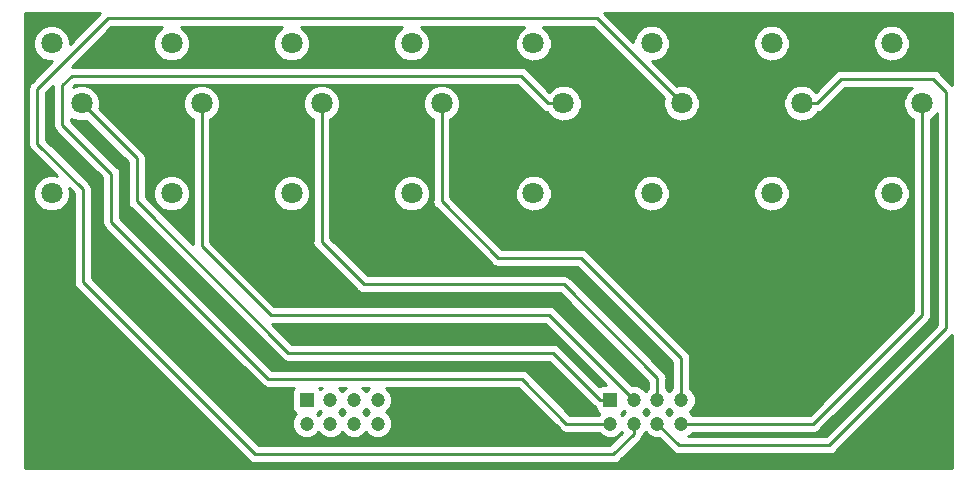
<source format=gbr>
G04 #@! TF.GenerationSoftware,KiCad,Pcbnew,(5.0.0)*
G04 #@! TF.CreationDate,2020-01-07T20:32:05+00:00*
G04 #@! TF.ProjectId,Potentiometer_mount_8LED,506F74656E74696F6D657465725F6D6F,rev?*
G04 #@! TF.SameCoordinates,Original*
G04 #@! TF.FileFunction,Copper,L2,Bot,Signal*
G04 #@! TF.FilePolarity,Positive*
%FSLAX46Y46*%
G04 Gerber Fmt 4.6, Leading zero omitted, Abs format (unit mm)*
G04 Created by KiCad (PCBNEW (5.0.0)) date 01/07/20 20:32:05*
%MOMM*%
%LPD*%
G01*
G04 APERTURE LIST*
G04 #@! TA.AperFunction,ComponentPad*
%ADD10C,1.800000*%
G04 #@! TD*
G04 #@! TA.AperFunction,ComponentPad*
%ADD11C,1.200000*%
G04 #@! TD*
G04 #@! TA.AperFunction,ComponentPad*
%ADD12R,1.200000X1.200000*%
G04 #@! TD*
G04 #@! TA.AperFunction,Conductor*
%ADD13C,0.250000*%
G04 #@! TD*
G04 #@! TA.AperFunction,NonConductor*
%ADD14C,0.254000*%
G04 #@! TD*
G04 APERTURE END LIST*
D10*
G04 #@! TO.P,LED 8,3*
G04 #@! TO.N,N/C*
X192120000Y-57300000D03*
G04 #@! TO.P,LED 8,2*
X194660000Y-62380000D03*
G04 #@! TO.P,LED 8,1*
X192120000Y-70000000D03*
G04 #@! TD*
G04 #@! TO.P,LED 7,3*
G04 #@! TO.N,N/C*
X181960000Y-57300000D03*
G04 #@! TO.P,LED 7,2*
X184500000Y-62380000D03*
G04 #@! TO.P,LED 7,1*
X181960000Y-70000000D03*
G04 #@! TD*
G04 #@! TO.P,LED 5,3*
G04 #@! TO.N,N/C*
X161800000Y-57300000D03*
G04 #@! TO.P,LED 5,2*
X164340000Y-62380000D03*
G04 #@! TO.P,LED 5,1*
X161800000Y-70000000D03*
G04 #@! TD*
G04 #@! TO.P,LED 6,3*
G04 #@! TO.N,N/C*
X171800000Y-57300000D03*
G04 #@! TO.P,LED 6,2*
X174340000Y-62380000D03*
G04 #@! TO.P,LED 6,1*
X171800000Y-70000000D03*
G04 #@! TD*
D11*
G04 #@! TO.P,To LED,8*
G04 #@! TO.N,N/C*
X174300000Y-89500000D03*
G04 #@! TO.P,To LED,6*
X172300000Y-89500000D03*
G04 #@! TO.P,To LED,4*
X170300000Y-89500000D03*
G04 #@! TO.P,To LED,2*
X168300000Y-89500000D03*
G04 #@! TO.P,To LED,7*
G04 #@! TO.N,Net-(J2-Pad4)*
X174300000Y-87500000D03*
G04 #@! TO.P,To LED,5*
G04 #@! TO.N,Net-(J2-Pad3)*
X172300000Y-87500000D03*
G04 #@! TO.P,To LED,3*
G04 #@! TO.N,Net-(J2-Pad2)*
X170300000Y-87500000D03*
D12*
G04 #@! TO.P,To LED,1*
G04 #@! TO.N,Net-(J2-Pad1)*
X168300000Y-87500000D03*
G04 #@! TD*
D11*
G04 #@! TO.P,From Stimlator,8*
G04 #@! TO.N,N/C*
X148600000Y-89500000D03*
G04 #@! TO.P,From Stimlator,6*
X146600000Y-89500000D03*
G04 #@! TO.P,From Stimlator,4*
X144600000Y-89500000D03*
G04 #@! TO.P,From Stimlator,2*
X142600000Y-89500000D03*
G04 #@! TO.P,From Stimlator,7*
G04 #@! TO.N,Net-(J1-Pad4)*
X148600000Y-87500000D03*
G04 #@! TO.P,From Stimlator,5*
G04 #@! TO.N,Net-(J1-Pad3)*
X146600000Y-87500000D03*
G04 #@! TO.P,From Stimlator,3*
G04 #@! TO.N,Net-(J1-Pad2)*
X144600000Y-87500000D03*
D12*
G04 #@! TO.P,From Stimlator,1*
G04 #@! TO.N,Net-(J1-Pad1)*
X142600000Y-87500000D03*
G04 #@! TD*
D10*
G04 #@! TO.P,LED 1,3*
G04 #@! TO.N,Net-(J1-Pad1)*
X121000000Y-57300000D03*
G04 #@! TO.P,LED 1,2*
G04 #@! TO.N,Net-(J2-Pad1)*
X123540000Y-62380000D03*
G04 #@! TO.P,LED 1,1*
G04 #@! TO.N,Net-(RV1-Pad1)*
X121000000Y-70000000D03*
G04 #@! TD*
G04 #@! TO.P,LED 2,1*
G04 #@! TO.N,Net-(RV2-Pad1)*
X131160000Y-70000000D03*
G04 #@! TO.P,LED 2,2*
G04 #@! TO.N,Net-(J2-Pad2)*
X133700000Y-62380000D03*
G04 #@! TO.P,LED 2,3*
G04 #@! TO.N,Net-(J1-Pad2)*
X131160000Y-57300000D03*
G04 #@! TD*
G04 #@! TO.P,LED 3,3*
G04 #@! TO.N,Net-(J1-Pad3)*
X141320000Y-57300000D03*
G04 #@! TO.P,LED 3,2*
G04 #@! TO.N,Net-(J2-Pad3)*
X143860000Y-62380000D03*
G04 #@! TO.P,LED 3,1*
G04 #@! TO.N,Net-(RV3-Pad1)*
X141320000Y-70000000D03*
G04 #@! TD*
G04 #@! TO.P,LED 4,1*
G04 #@! TO.N,Net-(RV4-Pad1)*
X151480000Y-70000000D03*
G04 #@! TO.P,LED 4,2*
G04 #@! TO.N,Net-(J2-Pad4)*
X154020000Y-62380000D03*
G04 #@! TO.P,LED 4,3*
G04 #@! TO.N,Net-(J1-Pad4)*
X151480000Y-57300000D03*
G04 #@! TD*
D13*
G04 #@! TO.N,*
X194660000Y-63652792D02*
X194700000Y-63692792D01*
X194660000Y-62380000D02*
X194660000Y-63652792D01*
X194700000Y-63692792D02*
X194700000Y-80300000D01*
X185500000Y-89500000D02*
X174300000Y-89500000D01*
X194700000Y-80300000D02*
X185500000Y-89500000D01*
X185772792Y-62380000D02*
X187852792Y-60300000D01*
X184500000Y-62380000D02*
X185772792Y-62380000D01*
X187852792Y-60300000D02*
X195650000Y-60300000D01*
X195650000Y-60300000D02*
X196750000Y-61400000D01*
X196750000Y-61400000D02*
X196750000Y-81450000D01*
X196750000Y-81450000D02*
X186850000Y-91350000D01*
X174150000Y-91350000D02*
X172300000Y-89500000D01*
X186850000Y-91350000D02*
X174150000Y-91350000D01*
X163067208Y-62380000D02*
X164340000Y-62380000D01*
X160737208Y-60050000D02*
X163067208Y-62380000D01*
X121900000Y-60850000D02*
X122700000Y-60050000D01*
X121900000Y-64200000D02*
X121900000Y-60850000D01*
X164600000Y-89500000D02*
X160800000Y-85700000D01*
X168300000Y-89500000D02*
X164600000Y-89500000D01*
X160800000Y-85700000D02*
X139350000Y-85700000D01*
X139350000Y-85700000D02*
X126050000Y-72400000D01*
X126050000Y-72400000D02*
X126050000Y-68350000D01*
X122700000Y-60050000D02*
X160737208Y-60050000D01*
X126050000Y-68350000D02*
X121900000Y-64200000D01*
X167160000Y-55200000D02*
X174340000Y-62380000D01*
X125750000Y-55200000D02*
X167160000Y-55200000D01*
X119800000Y-61150000D02*
X125750000Y-55200000D01*
X170300000Y-90348528D02*
X168548528Y-92100000D01*
X119800000Y-65800000D02*
X119800000Y-61150000D01*
X170300000Y-89500000D02*
X170300000Y-90348528D01*
X168548528Y-92100000D02*
X138250000Y-92100000D01*
X138250000Y-92100000D02*
X123650000Y-77500000D01*
X123650000Y-77500000D02*
X123650000Y-69650000D01*
X123650000Y-69650000D02*
X119800000Y-65800000D01*
G04 #@! TO.N,Net-(J2-Pad4)*
X154020000Y-62380000D02*
X154020000Y-70670000D01*
X154020000Y-70670000D02*
X158800000Y-75450000D01*
X158800000Y-75450000D02*
X165800000Y-75450000D01*
X174300000Y-83950000D02*
X174300000Y-87500000D01*
X165800000Y-75450000D02*
X174300000Y-83950000D01*
G04 #@! TO.N,Net-(J2-Pad3)*
X143860000Y-62380000D02*
X143860000Y-74110000D01*
X143860000Y-74110000D02*
X147450000Y-77700000D01*
X147450000Y-77700000D02*
X164350000Y-77700000D01*
X172300000Y-85650000D02*
X172300000Y-87500000D01*
X164350000Y-77700000D02*
X172300000Y-85650000D01*
G04 #@! TO.N,Net-(J2-Pad2)*
X169700001Y-86900001D02*
X170300000Y-87500000D01*
X163100000Y-80300000D02*
X169700001Y-86900001D01*
X139550000Y-80300000D02*
X163100000Y-80300000D01*
X133700000Y-74450000D02*
X139550000Y-80300000D01*
X133700000Y-62380000D02*
X133700000Y-74450000D01*
G04 #@! TO.N,Net-(J2-Pad1)*
X167450000Y-87500000D02*
X168300000Y-87500000D01*
X123540000Y-62380000D02*
X128210000Y-67050000D01*
X128210000Y-67050000D02*
X128210000Y-70660000D01*
X128210000Y-70660000D02*
X141050000Y-83500000D01*
X163450000Y-83500000D02*
X163700000Y-83750000D01*
X141050000Y-83500000D02*
X163450000Y-83500000D01*
X163550000Y-83600000D02*
X163700000Y-83750000D01*
X163700000Y-83750000D02*
X167450000Y-87500000D01*
G04 #@! TD*
D14*
G36*
X122535000Y-57340198D02*
X122535000Y-56994670D01*
X122301310Y-56430493D01*
X121869507Y-55998690D01*
X121305330Y-55765000D01*
X120694670Y-55765000D01*
X120130493Y-55998690D01*
X119698690Y-56430493D01*
X119465000Y-56994670D01*
X119465000Y-57605330D01*
X119698690Y-58169507D01*
X120130493Y-58601310D01*
X120694670Y-58835000D01*
X121040199Y-58835000D01*
X119315528Y-60559671D01*
X119252072Y-60602071D01*
X119209672Y-60665527D01*
X119209671Y-60665528D01*
X119084097Y-60853463D01*
X119025112Y-61150000D01*
X119040001Y-61224852D01*
X119040000Y-65725153D01*
X119025112Y-65800000D01*
X119040000Y-65874847D01*
X119040000Y-65874851D01*
X119084096Y-66096536D01*
X119252071Y-66347929D01*
X119315530Y-66390331D01*
X121450210Y-68525011D01*
X121305330Y-68465000D01*
X120694670Y-68465000D01*
X120130493Y-68698690D01*
X119698690Y-69130493D01*
X119465000Y-69694670D01*
X119465000Y-70305330D01*
X119698690Y-70869507D01*
X120130493Y-71301310D01*
X120694670Y-71535000D01*
X121305330Y-71535000D01*
X121869507Y-71301310D01*
X122301310Y-70869507D01*
X122535000Y-70305330D01*
X122535000Y-69694670D01*
X122474989Y-69549791D01*
X122890001Y-69964803D01*
X122890000Y-77425153D01*
X122875112Y-77500000D01*
X122890000Y-77574847D01*
X122890000Y-77574851D01*
X122934096Y-77796536D01*
X123102071Y-78047929D01*
X123165530Y-78090331D01*
X137659671Y-92584473D01*
X137702071Y-92647929D01*
X137953463Y-92815904D01*
X138175148Y-92860000D01*
X138175152Y-92860000D01*
X138249999Y-92874888D01*
X138324846Y-92860000D01*
X168473681Y-92860000D01*
X168548528Y-92874888D01*
X168623375Y-92860000D01*
X168623380Y-92860000D01*
X168845065Y-92815904D01*
X169096457Y-92647929D01*
X169138859Y-92584470D01*
X170784476Y-90938855D01*
X170847929Y-90896457D01*
X170890327Y-90833004D01*
X170890329Y-90833002D01*
X171015903Y-90645066D01*
X171015904Y-90645065D01*
X171044314Y-90502239D01*
X171300000Y-90246553D01*
X171600429Y-90546982D01*
X171663033Y-90572914D01*
X171666383Y-90588164D01*
X171862629Y-90655589D01*
X172054343Y-90735000D01*
X172093760Y-90735000D01*
X172131036Y-90747807D01*
X172338134Y-90735000D01*
X172460199Y-90735000D01*
X173559671Y-91834473D01*
X173602071Y-91897929D01*
X173853463Y-92065904D01*
X174075148Y-92110000D01*
X174075152Y-92110000D01*
X174149999Y-92124888D01*
X174224846Y-92110000D01*
X186775153Y-92110000D01*
X186850000Y-92124888D01*
X186924847Y-92110000D01*
X186924852Y-92110000D01*
X187146537Y-92065904D01*
X187397929Y-91897929D01*
X187440331Y-91834470D01*
X197234473Y-82040329D01*
X197265001Y-82019931D01*
X197265001Y-93265000D01*
X118735000Y-93265000D01*
X118735000Y-54735000D01*
X125140198Y-54735000D01*
X122535000Y-57340198D01*
X122535000Y-57340198D01*
G37*
X122535000Y-57340198D02*
X122535000Y-56994670D01*
X122301310Y-56430493D01*
X121869507Y-55998690D01*
X121305330Y-55765000D01*
X120694670Y-55765000D01*
X120130493Y-55998690D01*
X119698690Y-56430493D01*
X119465000Y-56994670D01*
X119465000Y-57605330D01*
X119698690Y-58169507D01*
X120130493Y-58601310D01*
X120694670Y-58835000D01*
X121040199Y-58835000D01*
X119315528Y-60559671D01*
X119252072Y-60602071D01*
X119209672Y-60665527D01*
X119209671Y-60665528D01*
X119084097Y-60853463D01*
X119025112Y-61150000D01*
X119040001Y-61224852D01*
X119040000Y-65725153D01*
X119025112Y-65800000D01*
X119040000Y-65874847D01*
X119040000Y-65874851D01*
X119084096Y-66096536D01*
X119252071Y-66347929D01*
X119315530Y-66390331D01*
X121450210Y-68525011D01*
X121305330Y-68465000D01*
X120694670Y-68465000D01*
X120130493Y-68698690D01*
X119698690Y-69130493D01*
X119465000Y-69694670D01*
X119465000Y-70305330D01*
X119698690Y-70869507D01*
X120130493Y-71301310D01*
X120694670Y-71535000D01*
X121305330Y-71535000D01*
X121869507Y-71301310D01*
X122301310Y-70869507D01*
X122535000Y-70305330D01*
X122535000Y-69694670D01*
X122474989Y-69549791D01*
X122890001Y-69964803D01*
X122890000Y-77425153D01*
X122875112Y-77500000D01*
X122890000Y-77574847D01*
X122890000Y-77574851D01*
X122934096Y-77796536D01*
X123102071Y-78047929D01*
X123165530Y-78090331D01*
X137659671Y-92584473D01*
X137702071Y-92647929D01*
X137953463Y-92815904D01*
X138175148Y-92860000D01*
X138175152Y-92860000D01*
X138249999Y-92874888D01*
X138324846Y-92860000D01*
X168473681Y-92860000D01*
X168548528Y-92874888D01*
X168623375Y-92860000D01*
X168623380Y-92860000D01*
X168845065Y-92815904D01*
X169096457Y-92647929D01*
X169138859Y-92584470D01*
X170784476Y-90938855D01*
X170847929Y-90896457D01*
X170890327Y-90833004D01*
X170890329Y-90833002D01*
X171015903Y-90645066D01*
X171015904Y-90645065D01*
X171044314Y-90502239D01*
X171300000Y-90246553D01*
X171600429Y-90546982D01*
X171663033Y-90572914D01*
X171666383Y-90588164D01*
X171862629Y-90655589D01*
X172054343Y-90735000D01*
X172093760Y-90735000D01*
X172131036Y-90747807D01*
X172338134Y-90735000D01*
X172460199Y-90735000D01*
X173559671Y-91834473D01*
X173602071Y-91897929D01*
X173853463Y-92065904D01*
X174075148Y-92110000D01*
X174075152Y-92110000D01*
X174149999Y-92124888D01*
X174224846Y-92110000D01*
X186775153Y-92110000D01*
X186850000Y-92124888D01*
X186924847Y-92110000D01*
X186924852Y-92110000D01*
X187146537Y-92065904D01*
X187397929Y-91897929D01*
X187440331Y-91834470D01*
X197234473Y-82040329D01*
X197265001Y-82019931D01*
X197265001Y-93265000D01*
X118735000Y-93265000D01*
X118735000Y-54735000D01*
X125140198Y-54735000D01*
X122535000Y-57340198D01*
G36*
X121140001Y-60924852D02*
X121140000Y-64125153D01*
X121125112Y-64200000D01*
X121140000Y-64274847D01*
X121140000Y-64274851D01*
X121184096Y-64496536D01*
X121352071Y-64747929D01*
X121415530Y-64790331D01*
X125290001Y-68664803D01*
X125290000Y-72325153D01*
X125275112Y-72400000D01*
X125290000Y-72474847D01*
X125290000Y-72474851D01*
X125334096Y-72696536D01*
X125502071Y-72947929D01*
X125565530Y-72990331D01*
X138759673Y-86184476D01*
X138802071Y-86247929D01*
X138865524Y-86290327D01*
X138865526Y-86290329D01*
X138957932Y-86352072D01*
X139053463Y-86415904D01*
X139275148Y-86460000D01*
X139275152Y-86460000D01*
X139349999Y-86474888D01*
X139424846Y-86460000D01*
X141530291Y-86460000D01*
X141401843Y-86652235D01*
X141352560Y-86900000D01*
X141352560Y-88100000D01*
X141401843Y-88347765D01*
X141542191Y-88557809D01*
X141694121Y-88659326D01*
X141553018Y-88800429D01*
X141527086Y-88863033D01*
X141511836Y-88866383D01*
X141444411Y-89062629D01*
X141365000Y-89254343D01*
X141365000Y-89293760D01*
X141352193Y-89331036D01*
X141365000Y-89538134D01*
X141365000Y-89745657D01*
X141380085Y-89782076D01*
X141382518Y-89821413D01*
X141511836Y-90133617D01*
X141527086Y-90136967D01*
X141553018Y-90199571D01*
X141900429Y-90546982D01*
X141963033Y-90572914D01*
X141966383Y-90588164D01*
X142162629Y-90655589D01*
X142354343Y-90735000D01*
X142393760Y-90735000D01*
X142431036Y-90747807D01*
X142638134Y-90735000D01*
X142845657Y-90735000D01*
X142882076Y-90719915D01*
X142921413Y-90717482D01*
X143233617Y-90588164D01*
X143236967Y-90572914D01*
X143299571Y-90546982D01*
X143600000Y-90246553D01*
X143900429Y-90546982D01*
X143963033Y-90572914D01*
X143966383Y-90588164D01*
X144162629Y-90655589D01*
X144354343Y-90735000D01*
X144393760Y-90735000D01*
X144431036Y-90747807D01*
X144638134Y-90735000D01*
X144845657Y-90735000D01*
X144882076Y-90719915D01*
X144921413Y-90717482D01*
X145233617Y-90588164D01*
X145236967Y-90572914D01*
X145299571Y-90546982D01*
X145600000Y-90246553D01*
X145900429Y-90546982D01*
X145963033Y-90572914D01*
X145966383Y-90588164D01*
X146162629Y-90655589D01*
X146354343Y-90735000D01*
X146393760Y-90735000D01*
X146431036Y-90747807D01*
X146638134Y-90735000D01*
X146845657Y-90735000D01*
X146882076Y-90719915D01*
X146921413Y-90717482D01*
X147233617Y-90588164D01*
X147236967Y-90572914D01*
X147299571Y-90546982D01*
X147600000Y-90246553D01*
X147900429Y-90546982D01*
X147963033Y-90572914D01*
X147966383Y-90588164D01*
X148162629Y-90655589D01*
X148354343Y-90735000D01*
X148393760Y-90735000D01*
X148431036Y-90747807D01*
X148638134Y-90735000D01*
X148845657Y-90735000D01*
X148882076Y-90719915D01*
X148921413Y-90717482D01*
X149233617Y-90588164D01*
X149236967Y-90572914D01*
X149299571Y-90546982D01*
X149646982Y-90199571D01*
X149672914Y-90136967D01*
X149688164Y-90133617D01*
X149755589Y-89937371D01*
X149835000Y-89745657D01*
X149835000Y-89706240D01*
X149847807Y-89668964D01*
X149835000Y-89461866D01*
X149835000Y-89254343D01*
X149819915Y-89217924D01*
X149817482Y-89178587D01*
X149688164Y-88866383D01*
X149672914Y-88863033D01*
X149646982Y-88800429D01*
X149346553Y-88500000D01*
X149646982Y-88199571D01*
X149835000Y-87745657D01*
X149835000Y-87254343D01*
X149646982Y-86800429D01*
X149306553Y-86460000D01*
X160485199Y-86460000D01*
X164009670Y-89984472D01*
X164052071Y-90047929D01*
X164303463Y-90215904D01*
X164525148Y-90260000D01*
X164525152Y-90260000D01*
X164600000Y-90274888D01*
X164674848Y-90260000D01*
X167313447Y-90260000D01*
X167600429Y-90546982D01*
X167663033Y-90572914D01*
X167666383Y-90588164D01*
X167862629Y-90655589D01*
X168054343Y-90735000D01*
X168093760Y-90735000D01*
X168131036Y-90747807D01*
X168338134Y-90735000D01*
X168545657Y-90735000D01*
X168582076Y-90719915D01*
X168621413Y-90717482D01*
X168933617Y-90588164D01*
X168936967Y-90572914D01*
X168999571Y-90546982D01*
X169300000Y-90246553D01*
X169313586Y-90260139D01*
X168233727Y-91340000D01*
X138564802Y-91340000D01*
X124410000Y-77185199D01*
X124410000Y-69724846D01*
X124424888Y-69649999D01*
X124410000Y-69575152D01*
X124410000Y-69575148D01*
X124365904Y-69353463D01*
X124197929Y-69102071D01*
X124134473Y-69059671D01*
X120560000Y-65485199D01*
X120560000Y-61464801D01*
X121133356Y-60891445D01*
X121140001Y-60924852D01*
X121140001Y-60924852D01*
G37*
X121140001Y-60924852D02*
X121140000Y-64125153D01*
X121125112Y-64200000D01*
X121140000Y-64274847D01*
X121140000Y-64274851D01*
X121184096Y-64496536D01*
X121352071Y-64747929D01*
X121415530Y-64790331D01*
X125290001Y-68664803D01*
X125290000Y-72325153D01*
X125275112Y-72400000D01*
X125290000Y-72474847D01*
X125290000Y-72474851D01*
X125334096Y-72696536D01*
X125502071Y-72947929D01*
X125565530Y-72990331D01*
X138759673Y-86184476D01*
X138802071Y-86247929D01*
X138865524Y-86290327D01*
X138865526Y-86290329D01*
X138957932Y-86352072D01*
X139053463Y-86415904D01*
X139275148Y-86460000D01*
X139275152Y-86460000D01*
X139349999Y-86474888D01*
X139424846Y-86460000D01*
X141530291Y-86460000D01*
X141401843Y-86652235D01*
X141352560Y-86900000D01*
X141352560Y-88100000D01*
X141401843Y-88347765D01*
X141542191Y-88557809D01*
X141694121Y-88659326D01*
X141553018Y-88800429D01*
X141527086Y-88863033D01*
X141511836Y-88866383D01*
X141444411Y-89062629D01*
X141365000Y-89254343D01*
X141365000Y-89293760D01*
X141352193Y-89331036D01*
X141365000Y-89538134D01*
X141365000Y-89745657D01*
X141380085Y-89782076D01*
X141382518Y-89821413D01*
X141511836Y-90133617D01*
X141527086Y-90136967D01*
X141553018Y-90199571D01*
X141900429Y-90546982D01*
X141963033Y-90572914D01*
X141966383Y-90588164D01*
X142162629Y-90655589D01*
X142354343Y-90735000D01*
X142393760Y-90735000D01*
X142431036Y-90747807D01*
X142638134Y-90735000D01*
X142845657Y-90735000D01*
X142882076Y-90719915D01*
X142921413Y-90717482D01*
X143233617Y-90588164D01*
X143236967Y-90572914D01*
X143299571Y-90546982D01*
X143600000Y-90246553D01*
X143900429Y-90546982D01*
X143963033Y-90572914D01*
X143966383Y-90588164D01*
X144162629Y-90655589D01*
X144354343Y-90735000D01*
X144393760Y-90735000D01*
X144431036Y-90747807D01*
X144638134Y-90735000D01*
X144845657Y-90735000D01*
X144882076Y-90719915D01*
X144921413Y-90717482D01*
X145233617Y-90588164D01*
X145236967Y-90572914D01*
X145299571Y-90546982D01*
X145600000Y-90246553D01*
X145900429Y-90546982D01*
X145963033Y-90572914D01*
X145966383Y-90588164D01*
X146162629Y-90655589D01*
X146354343Y-90735000D01*
X146393760Y-90735000D01*
X146431036Y-90747807D01*
X146638134Y-90735000D01*
X146845657Y-90735000D01*
X146882076Y-90719915D01*
X146921413Y-90717482D01*
X147233617Y-90588164D01*
X147236967Y-90572914D01*
X147299571Y-90546982D01*
X147600000Y-90246553D01*
X147900429Y-90546982D01*
X147963033Y-90572914D01*
X147966383Y-90588164D01*
X148162629Y-90655589D01*
X148354343Y-90735000D01*
X148393760Y-90735000D01*
X148431036Y-90747807D01*
X148638134Y-90735000D01*
X148845657Y-90735000D01*
X148882076Y-90719915D01*
X148921413Y-90717482D01*
X149233617Y-90588164D01*
X149236967Y-90572914D01*
X149299571Y-90546982D01*
X149646982Y-90199571D01*
X149672914Y-90136967D01*
X149688164Y-90133617D01*
X149755589Y-89937371D01*
X149835000Y-89745657D01*
X149835000Y-89706240D01*
X149847807Y-89668964D01*
X149835000Y-89461866D01*
X149835000Y-89254343D01*
X149819915Y-89217924D01*
X149817482Y-89178587D01*
X149688164Y-88866383D01*
X149672914Y-88863033D01*
X149646982Y-88800429D01*
X149346553Y-88500000D01*
X149646982Y-88199571D01*
X149835000Y-87745657D01*
X149835000Y-87254343D01*
X149646982Y-86800429D01*
X149306553Y-86460000D01*
X160485199Y-86460000D01*
X164009670Y-89984472D01*
X164052071Y-90047929D01*
X164303463Y-90215904D01*
X164525148Y-90260000D01*
X164525152Y-90260000D01*
X164600000Y-90274888D01*
X164674848Y-90260000D01*
X167313447Y-90260000D01*
X167600429Y-90546982D01*
X167663033Y-90572914D01*
X167666383Y-90588164D01*
X167862629Y-90655589D01*
X168054343Y-90735000D01*
X168093760Y-90735000D01*
X168131036Y-90747807D01*
X168338134Y-90735000D01*
X168545657Y-90735000D01*
X168582076Y-90719915D01*
X168621413Y-90717482D01*
X168933617Y-90588164D01*
X168936967Y-90572914D01*
X168999571Y-90546982D01*
X169300000Y-90246553D01*
X169313586Y-90260139D01*
X168233727Y-91340000D01*
X138564802Y-91340000D01*
X124410000Y-77185199D01*
X124410000Y-69724846D01*
X124424888Y-69649999D01*
X124410000Y-69575152D01*
X124410000Y-69575148D01*
X124365904Y-69353463D01*
X124197929Y-69102071D01*
X124134473Y-69059671D01*
X120560000Y-65485199D01*
X120560000Y-61464801D01*
X121133356Y-60891445D01*
X121140001Y-60924852D01*
G36*
X195990001Y-81135197D02*
X186535199Y-90590000D01*
X174929184Y-90590000D01*
X174933617Y-90588164D01*
X174936967Y-90572914D01*
X174999571Y-90546982D01*
X175286553Y-90260000D01*
X185425153Y-90260000D01*
X185500000Y-90274888D01*
X185574847Y-90260000D01*
X185574852Y-90260000D01*
X185796537Y-90215904D01*
X186047929Y-90047929D01*
X186090331Y-89984470D01*
X195184473Y-80890329D01*
X195247929Y-80847929D01*
X195363402Y-80675112D01*
X195415904Y-80596538D01*
X195425480Y-80548395D01*
X195460000Y-80374852D01*
X195460000Y-80374848D01*
X195474888Y-80300000D01*
X195460000Y-80225152D01*
X195460000Y-63767640D01*
X195469784Y-63718451D01*
X195474148Y-63716643D01*
X195479004Y-63702229D01*
X195529507Y-63681310D01*
X195961310Y-63249507D01*
X195982229Y-63199004D01*
X195990000Y-63196386D01*
X195990001Y-81135197D01*
X195990001Y-81135197D01*
G37*
X195990001Y-81135197D02*
X186535199Y-90590000D01*
X174929184Y-90590000D01*
X174933617Y-90588164D01*
X174936967Y-90572914D01*
X174999571Y-90546982D01*
X175286553Y-90260000D01*
X185425153Y-90260000D01*
X185500000Y-90274888D01*
X185574847Y-90260000D01*
X185574852Y-90260000D01*
X185796537Y-90215904D01*
X186047929Y-90047929D01*
X186090331Y-89984470D01*
X195184473Y-80890329D01*
X195247929Y-80847929D01*
X195363402Y-80675112D01*
X195415904Y-80596538D01*
X195425480Y-80548395D01*
X195460000Y-80374852D01*
X195460000Y-80374848D01*
X195474888Y-80300000D01*
X195460000Y-80225152D01*
X195460000Y-63767640D01*
X195469784Y-63718451D01*
X195474148Y-63716643D01*
X195479004Y-63702229D01*
X195529507Y-63681310D01*
X195961310Y-63249507D01*
X195982229Y-63199004D01*
X195990000Y-63196386D01*
X195990001Y-81135197D01*
G36*
X169553447Y-88500000D02*
X169300000Y-88753447D01*
X169205879Y-88659326D01*
X169357809Y-88557809D01*
X169459326Y-88405879D01*
X169553447Y-88500000D01*
X169553447Y-88500000D01*
G37*
X169553447Y-88500000D02*
X169300000Y-88753447D01*
X169205879Y-88659326D01*
X169357809Y-88557809D01*
X169459326Y-88405879D01*
X169553447Y-88500000D01*
G36*
X147853447Y-88500000D02*
X147600000Y-88753447D01*
X147346553Y-88500000D01*
X147600000Y-88246553D01*
X147853447Y-88500000D01*
X147853447Y-88500000D01*
G37*
X147853447Y-88500000D02*
X147600000Y-88753447D01*
X147346553Y-88500000D01*
X147600000Y-88246553D01*
X147853447Y-88500000D01*
G36*
X173553447Y-88500000D02*
X173300000Y-88753447D01*
X173046553Y-88500000D01*
X173300000Y-88246553D01*
X173553447Y-88500000D01*
X173553447Y-88500000D01*
G37*
X173553447Y-88500000D02*
X173300000Y-88753447D01*
X173046553Y-88500000D01*
X173300000Y-88246553D01*
X173553447Y-88500000D01*
G36*
X171553447Y-88500000D02*
X171300000Y-88753447D01*
X171046553Y-88500000D01*
X171300000Y-88246553D01*
X171553447Y-88500000D01*
X171553447Y-88500000D01*
G37*
X171553447Y-88500000D02*
X171300000Y-88753447D01*
X171046553Y-88500000D01*
X171300000Y-88246553D01*
X171553447Y-88500000D01*
G36*
X145853447Y-88500000D02*
X145600000Y-88753447D01*
X145346553Y-88500000D01*
X145600000Y-88246553D01*
X145853447Y-88500000D01*
X145853447Y-88500000D01*
G37*
X145853447Y-88500000D02*
X145600000Y-88753447D01*
X145346553Y-88500000D01*
X145600000Y-88246553D01*
X145853447Y-88500000D01*
G36*
X143853447Y-88500000D02*
X143600000Y-88753447D01*
X143505879Y-88659326D01*
X143657809Y-88557809D01*
X143759326Y-88405879D01*
X143853447Y-88500000D01*
X143853447Y-88500000D01*
G37*
X143853447Y-88500000D02*
X143600000Y-88753447D01*
X143505879Y-88659326D01*
X143657809Y-88557809D01*
X143759326Y-88405879D01*
X143853447Y-88500000D01*
G36*
X122670493Y-63681310D02*
X123234670Y-63915000D01*
X123845330Y-63915000D01*
X123954839Y-63869640D01*
X127450000Y-67364803D01*
X127450001Y-70585148D01*
X127435112Y-70660000D01*
X127494097Y-70956537D01*
X127576699Y-71080159D01*
X127662072Y-71207929D01*
X127725528Y-71250329D01*
X140459670Y-83984472D01*
X140502071Y-84047929D01*
X140753463Y-84215904D01*
X140975148Y-84260000D01*
X140975152Y-84260000D01*
X141049999Y-84274888D01*
X141124846Y-84260000D01*
X163135198Y-84260000D01*
X163215527Y-84340329D01*
X163215530Y-84340331D01*
X166859671Y-87984473D01*
X166902071Y-88047929D01*
X167063682Y-88155914D01*
X167101843Y-88347765D01*
X167242191Y-88557809D01*
X167394121Y-88659326D01*
X167313447Y-88740000D01*
X164914802Y-88740000D01*
X161390331Y-85215530D01*
X161347929Y-85152071D01*
X161096537Y-84984096D01*
X160874852Y-84940000D01*
X160874847Y-84940000D01*
X160800000Y-84925112D01*
X160725153Y-84940000D01*
X139664803Y-84940000D01*
X126810000Y-72085199D01*
X126810000Y-68424846D01*
X126824888Y-68349999D01*
X126810000Y-68275152D01*
X126810000Y-68275148D01*
X126765904Y-68053463D01*
X126597929Y-67802071D01*
X126534473Y-67759671D01*
X122660000Y-63885199D01*
X122660000Y-63670817D01*
X122670493Y-63681310D01*
X122670493Y-63681310D01*
G37*
X122670493Y-63681310D02*
X123234670Y-63915000D01*
X123845330Y-63915000D01*
X123954839Y-63869640D01*
X127450000Y-67364803D01*
X127450001Y-70585148D01*
X127435112Y-70660000D01*
X127494097Y-70956537D01*
X127576699Y-71080159D01*
X127662072Y-71207929D01*
X127725528Y-71250329D01*
X140459670Y-83984472D01*
X140502071Y-84047929D01*
X140753463Y-84215904D01*
X140975148Y-84260000D01*
X140975152Y-84260000D01*
X141049999Y-84274888D01*
X141124846Y-84260000D01*
X163135198Y-84260000D01*
X163215527Y-84340329D01*
X163215530Y-84340331D01*
X166859671Y-87984473D01*
X166902071Y-88047929D01*
X167063682Y-88155914D01*
X167101843Y-88347765D01*
X167242191Y-88557809D01*
X167394121Y-88659326D01*
X167313447Y-88740000D01*
X164914802Y-88740000D01*
X161390331Y-85215530D01*
X161347929Y-85152071D01*
X161096537Y-84984096D01*
X160874852Y-84940000D01*
X160874847Y-84940000D01*
X160800000Y-84925112D01*
X160725153Y-84940000D01*
X139664803Y-84940000D01*
X126810000Y-72085199D01*
X126810000Y-68424846D01*
X126824888Y-68349999D01*
X126810000Y-68275152D01*
X126810000Y-68275148D01*
X126765904Y-68053463D01*
X126597929Y-67802071D01*
X126534473Y-67759671D01*
X122660000Y-63885199D01*
X122660000Y-63670817D01*
X122670493Y-63681310D01*
G36*
X197265000Y-60830069D02*
X197234473Y-60809671D01*
X196240331Y-59815530D01*
X196197929Y-59752071D01*
X195946537Y-59584096D01*
X195724852Y-59540000D01*
X195724847Y-59540000D01*
X195650000Y-59525112D01*
X195575153Y-59540000D01*
X187927638Y-59540000D01*
X187852791Y-59525112D01*
X187777944Y-59540000D01*
X187777940Y-59540000D01*
X187556255Y-59584096D01*
X187304863Y-59752071D01*
X187262463Y-59815527D01*
X185684404Y-61393587D01*
X185369507Y-61078690D01*
X185319004Y-61057771D01*
X185314148Y-61043357D01*
X185057652Y-60949515D01*
X184805330Y-60845000D01*
X184771982Y-60845000D01*
X184740664Y-60833542D01*
X184467788Y-60845000D01*
X184194670Y-60845000D01*
X184163860Y-60857762D01*
X184130540Y-60859161D01*
X183685852Y-61043357D01*
X183680996Y-61057771D01*
X183630493Y-61078690D01*
X183198690Y-61510493D01*
X183177771Y-61560996D01*
X183163357Y-61565852D01*
X183069515Y-61822348D01*
X182965000Y-62074670D01*
X182965000Y-62108018D01*
X182953542Y-62139336D01*
X182965000Y-62412212D01*
X182965000Y-62685330D01*
X182977762Y-62716140D01*
X182979161Y-62749460D01*
X183163357Y-63194148D01*
X183177771Y-63199004D01*
X183198690Y-63249507D01*
X183630493Y-63681310D01*
X183680996Y-63702229D01*
X183685852Y-63716643D01*
X183942348Y-63810485D01*
X184194670Y-63915000D01*
X184228018Y-63915000D01*
X184259336Y-63926458D01*
X184532212Y-63915000D01*
X184805330Y-63915000D01*
X184836140Y-63902238D01*
X184869460Y-63900839D01*
X185314148Y-63716643D01*
X185319004Y-63702229D01*
X185369507Y-63681310D01*
X185801310Y-63249507D01*
X185822229Y-63199004D01*
X185836643Y-63194148D01*
X185857145Y-63138110D01*
X186069329Y-63095904D01*
X186320721Y-62927929D01*
X186363123Y-62864470D01*
X188167594Y-61060000D01*
X193835615Y-61060000D01*
X193790493Y-61078690D01*
X193358690Y-61510493D01*
X193337771Y-61560996D01*
X193323357Y-61565852D01*
X193229515Y-61822348D01*
X193125000Y-62074670D01*
X193125000Y-62108018D01*
X193113542Y-62139336D01*
X193125000Y-62412212D01*
X193125000Y-62685330D01*
X193137762Y-62716140D01*
X193139161Y-62749460D01*
X193323357Y-63194148D01*
X193337771Y-63199004D01*
X193358690Y-63249507D01*
X193790493Y-63681310D01*
X193840996Y-63702229D01*
X193845852Y-63716643D01*
X193901891Y-63737145D01*
X193940000Y-63928732D01*
X193940001Y-79985197D01*
X185185199Y-88740000D01*
X175286553Y-88740000D01*
X175046553Y-88500000D01*
X175346982Y-88199571D01*
X175535000Y-87745657D01*
X175535000Y-87254343D01*
X175346982Y-86800429D01*
X175060000Y-86513447D01*
X175060000Y-84024846D01*
X175074888Y-83949999D01*
X175060000Y-83875152D01*
X175060000Y-83875148D01*
X175015904Y-83653463D01*
X174847929Y-83402071D01*
X174784473Y-83359671D01*
X166390331Y-74965530D01*
X166347929Y-74902071D01*
X166096537Y-74734096D01*
X165874852Y-74690000D01*
X165874847Y-74690000D01*
X165800000Y-74675112D01*
X165725153Y-74690000D01*
X159114802Y-74690000D01*
X154780000Y-70355199D01*
X154780000Y-69759336D01*
X160253542Y-69759336D01*
X160265000Y-70032212D01*
X160265000Y-70305330D01*
X160277762Y-70336140D01*
X160279161Y-70369460D01*
X160463357Y-70814148D01*
X160477771Y-70819004D01*
X160498690Y-70869507D01*
X160930493Y-71301310D01*
X160980996Y-71322229D01*
X160985852Y-71336643D01*
X161242348Y-71430485D01*
X161494670Y-71535000D01*
X161528018Y-71535000D01*
X161559336Y-71546458D01*
X161832212Y-71535000D01*
X162105330Y-71535000D01*
X162136140Y-71522238D01*
X162169460Y-71520839D01*
X162614148Y-71336643D01*
X162619004Y-71322229D01*
X162669507Y-71301310D01*
X163101310Y-70869507D01*
X163122229Y-70819004D01*
X163136643Y-70814148D01*
X163230485Y-70557652D01*
X163335000Y-70305330D01*
X163335000Y-70271982D01*
X163346458Y-70240664D01*
X163335000Y-69967788D01*
X163335000Y-69759336D01*
X170253542Y-69759336D01*
X170265000Y-70032212D01*
X170265000Y-70305330D01*
X170277762Y-70336140D01*
X170279161Y-70369460D01*
X170463357Y-70814148D01*
X170477771Y-70819004D01*
X170498690Y-70869507D01*
X170930493Y-71301310D01*
X170980996Y-71322229D01*
X170985852Y-71336643D01*
X171242348Y-71430485D01*
X171494670Y-71535000D01*
X171528018Y-71535000D01*
X171559336Y-71546458D01*
X171832212Y-71535000D01*
X172105330Y-71535000D01*
X172136140Y-71522238D01*
X172169460Y-71520839D01*
X172614148Y-71336643D01*
X172619004Y-71322229D01*
X172669507Y-71301310D01*
X173101310Y-70869507D01*
X173122229Y-70819004D01*
X173136643Y-70814148D01*
X173230485Y-70557652D01*
X173335000Y-70305330D01*
X173335000Y-70271982D01*
X173346458Y-70240664D01*
X173335000Y-69967788D01*
X173335000Y-69759336D01*
X180413542Y-69759336D01*
X180425000Y-70032212D01*
X180425000Y-70305330D01*
X180437762Y-70336140D01*
X180439161Y-70369460D01*
X180623357Y-70814148D01*
X180637771Y-70819004D01*
X180658690Y-70869507D01*
X181090493Y-71301310D01*
X181140996Y-71322229D01*
X181145852Y-71336643D01*
X181402348Y-71430485D01*
X181654670Y-71535000D01*
X181688018Y-71535000D01*
X181719336Y-71546458D01*
X181992212Y-71535000D01*
X182265330Y-71535000D01*
X182296140Y-71522238D01*
X182329460Y-71520839D01*
X182774148Y-71336643D01*
X182779004Y-71322229D01*
X182829507Y-71301310D01*
X183261310Y-70869507D01*
X183282229Y-70819004D01*
X183296643Y-70814148D01*
X183390485Y-70557652D01*
X183495000Y-70305330D01*
X183495000Y-70271982D01*
X183506458Y-70240664D01*
X183495000Y-69967788D01*
X183495000Y-69759336D01*
X190573542Y-69759336D01*
X190585000Y-70032212D01*
X190585000Y-70305330D01*
X190597762Y-70336140D01*
X190599161Y-70369460D01*
X190783357Y-70814148D01*
X190797771Y-70819004D01*
X190818690Y-70869507D01*
X191250493Y-71301310D01*
X191300996Y-71322229D01*
X191305852Y-71336643D01*
X191562348Y-71430485D01*
X191814670Y-71535000D01*
X191848018Y-71535000D01*
X191879336Y-71546458D01*
X192152212Y-71535000D01*
X192425330Y-71535000D01*
X192456140Y-71522238D01*
X192489460Y-71520839D01*
X192934148Y-71336643D01*
X192939004Y-71322229D01*
X192989507Y-71301310D01*
X193421310Y-70869507D01*
X193442229Y-70819004D01*
X193456643Y-70814148D01*
X193550485Y-70557652D01*
X193655000Y-70305330D01*
X193655000Y-70271982D01*
X193666458Y-70240664D01*
X193655000Y-69967788D01*
X193655000Y-69694670D01*
X193642238Y-69663860D01*
X193640839Y-69630540D01*
X193456643Y-69185852D01*
X193442229Y-69180996D01*
X193421310Y-69130493D01*
X192989507Y-68698690D01*
X192939004Y-68677771D01*
X192934148Y-68663357D01*
X192677652Y-68569515D01*
X192425330Y-68465000D01*
X192391982Y-68465000D01*
X192360664Y-68453542D01*
X192087788Y-68465000D01*
X191814670Y-68465000D01*
X191783860Y-68477762D01*
X191750540Y-68479161D01*
X191305852Y-68663357D01*
X191300996Y-68677771D01*
X191250493Y-68698690D01*
X190818690Y-69130493D01*
X190797771Y-69180996D01*
X190783357Y-69185852D01*
X190689515Y-69442348D01*
X190585000Y-69694670D01*
X190585000Y-69728018D01*
X190573542Y-69759336D01*
X183495000Y-69759336D01*
X183495000Y-69694670D01*
X183482238Y-69663860D01*
X183480839Y-69630540D01*
X183296643Y-69185852D01*
X183282229Y-69180996D01*
X183261310Y-69130493D01*
X182829507Y-68698690D01*
X182779004Y-68677771D01*
X182774148Y-68663357D01*
X182517652Y-68569515D01*
X182265330Y-68465000D01*
X182231982Y-68465000D01*
X182200664Y-68453542D01*
X181927788Y-68465000D01*
X181654670Y-68465000D01*
X181623860Y-68477762D01*
X181590540Y-68479161D01*
X181145852Y-68663357D01*
X181140996Y-68677771D01*
X181090493Y-68698690D01*
X180658690Y-69130493D01*
X180637771Y-69180996D01*
X180623357Y-69185852D01*
X180529515Y-69442348D01*
X180425000Y-69694670D01*
X180425000Y-69728018D01*
X180413542Y-69759336D01*
X173335000Y-69759336D01*
X173335000Y-69694670D01*
X173322238Y-69663860D01*
X173320839Y-69630540D01*
X173136643Y-69185852D01*
X173122229Y-69180996D01*
X173101310Y-69130493D01*
X172669507Y-68698690D01*
X172619004Y-68677771D01*
X172614148Y-68663357D01*
X172357652Y-68569515D01*
X172105330Y-68465000D01*
X172071982Y-68465000D01*
X172040664Y-68453542D01*
X171767788Y-68465000D01*
X171494670Y-68465000D01*
X171463860Y-68477762D01*
X171430540Y-68479161D01*
X170985852Y-68663357D01*
X170980996Y-68677771D01*
X170930493Y-68698690D01*
X170498690Y-69130493D01*
X170477771Y-69180996D01*
X170463357Y-69185852D01*
X170369515Y-69442348D01*
X170265000Y-69694670D01*
X170265000Y-69728018D01*
X170253542Y-69759336D01*
X163335000Y-69759336D01*
X163335000Y-69694670D01*
X163322238Y-69663860D01*
X163320839Y-69630540D01*
X163136643Y-69185852D01*
X163122229Y-69180996D01*
X163101310Y-69130493D01*
X162669507Y-68698690D01*
X162619004Y-68677771D01*
X162614148Y-68663357D01*
X162357652Y-68569515D01*
X162105330Y-68465000D01*
X162071982Y-68465000D01*
X162040664Y-68453542D01*
X161767788Y-68465000D01*
X161494670Y-68465000D01*
X161463860Y-68477762D01*
X161430540Y-68479161D01*
X160985852Y-68663357D01*
X160980996Y-68677771D01*
X160930493Y-68698690D01*
X160498690Y-69130493D01*
X160477771Y-69180996D01*
X160463357Y-69185852D01*
X160369515Y-69442348D01*
X160265000Y-69694670D01*
X160265000Y-69728018D01*
X160253542Y-69759336D01*
X154780000Y-69759336D01*
X154780000Y-63726669D01*
X154889507Y-63681310D01*
X155321310Y-63249507D01*
X155555000Y-62685330D01*
X155555000Y-62074670D01*
X155321310Y-61510493D01*
X154889507Y-61078690D01*
X154325330Y-60845000D01*
X153714670Y-60845000D01*
X153150493Y-61078690D01*
X152718690Y-61510493D01*
X152485000Y-62074670D01*
X152485000Y-62685330D01*
X152718690Y-63249507D01*
X153150493Y-63681310D01*
X153260000Y-63726669D01*
X153260001Y-70595148D01*
X153245112Y-70670000D01*
X153304097Y-70966537D01*
X153422990Y-71144472D01*
X153472072Y-71217929D01*
X153535528Y-71260329D01*
X158209670Y-75934472D01*
X158252071Y-75997929D01*
X158315527Y-76040329D01*
X158503462Y-76165904D01*
X158551605Y-76175480D01*
X158725148Y-76210000D01*
X158725152Y-76210000D01*
X158800000Y-76224888D01*
X158874848Y-76210000D01*
X165485199Y-76210000D01*
X173540000Y-84264802D01*
X173540001Y-86513446D01*
X173300000Y-86753447D01*
X173060000Y-86513447D01*
X173060000Y-85724848D01*
X173074888Y-85650000D01*
X173060000Y-85575152D01*
X173060000Y-85575148D01*
X173015904Y-85353463D01*
X173015904Y-85353462D01*
X172890329Y-85165527D01*
X172847929Y-85102071D01*
X172784473Y-85059671D01*
X164940331Y-77215530D01*
X164897929Y-77152071D01*
X164646537Y-76984096D01*
X164424852Y-76940000D01*
X164424847Y-76940000D01*
X164350000Y-76925112D01*
X164275153Y-76940000D01*
X147764802Y-76940000D01*
X144620000Y-73795199D01*
X144620000Y-69694670D01*
X149945000Y-69694670D01*
X149945000Y-70305330D01*
X150178690Y-70869507D01*
X150610493Y-71301310D01*
X151174670Y-71535000D01*
X151785330Y-71535000D01*
X152349507Y-71301310D01*
X152781310Y-70869507D01*
X153015000Y-70305330D01*
X153015000Y-69694670D01*
X152781310Y-69130493D01*
X152349507Y-68698690D01*
X151785330Y-68465000D01*
X151174670Y-68465000D01*
X150610493Y-68698690D01*
X150178690Y-69130493D01*
X149945000Y-69694670D01*
X144620000Y-69694670D01*
X144620000Y-63726669D01*
X144729507Y-63681310D01*
X145161310Y-63249507D01*
X145395000Y-62685330D01*
X145395000Y-62074670D01*
X145161310Y-61510493D01*
X144729507Y-61078690D01*
X144165330Y-60845000D01*
X143554670Y-60845000D01*
X142990493Y-61078690D01*
X142558690Y-61510493D01*
X142325000Y-62074670D01*
X142325000Y-62685330D01*
X142558690Y-63249507D01*
X142990493Y-63681310D01*
X143100000Y-63726669D01*
X143100001Y-74035148D01*
X143085112Y-74110000D01*
X143144097Y-74406537D01*
X143223153Y-74524852D01*
X143312072Y-74657929D01*
X143375528Y-74700329D01*
X146859670Y-78184472D01*
X146902071Y-78247929D01*
X146965527Y-78290329D01*
X147153462Y-78415904D01*
X147201605Y-78425480D01*
X147375148Y-78460000D01*
X147375152Y-78460000D01*
X147450000Y-78474888D01*
X147524848Y-78460000D01*
X164035199Y-78460000D01*
X171540000Y-85964802D01*
X171540000Y-86513447D01*
X171300000Y-86753447D01*
X170999571Y-86453018D01*
X170545657Y-86265000D01*
X170139802Y-86265000D01*
X163690331Y-79815530D01*
X163647929Y-79752071D01*
X163396537Y-79584096D01*
X163174852Y-79540000D01*
X163174847Y-79540000D01*
X163100000Y-79525112D01*
X163025153Y-79540000D01*
X139864803Y-79540000D01*
X134460000Y-74135199D01*
X134460000Y-69694670D01*
X139785000Y-69694670D01*
X139785000Y-70305330D01*
X140018690Y-70869507D01*
X140450493Y-71301310D01*
X141014670Y-71535000D01*
X141625330Y-71535000D01*
X142189507Y-71301310D01*
X142621310Y-70869507D01*
X142855000Y-70305330D01*
X142855000Y-69694670D01*
X142621310Y-69130493D01*
X142189507Y-68698690D01*
X141625330Y-68465000D01*
X141014670Y-68465000D01*
X140450493Y-68698690D01*
X140018690Y-69130493D01*
X139785000Y-69694670D01*
X134460000Y-69694670D01*
X134460000Y-63726669D01*
X134569507Y-63681310D01*
X135001310Y-63249507D01*
X135235000Y-62685330D01*
X135235000Y-62074670D01*
X135001310Y-61510493D01*
X134569507Y-61078690D01*
X134005330Y-60845000D01*
X133394670Y-60845000D01*
X132830493Y-61078690D01*
X132398690Y-61510493D01*
X132165000Y-62074670D01*
X132165000Y-62685330D01*
X132398690Y-63249507D01*
X132830493Y-63681310D01*
X132940000Y-63726669D01*
X132940001Y-74315200D01*
X128970000Y-70345199D01*
X128970000Y-69694670D01*
X129625000Y-69694670D01*
X129625000Y-70305330D01*
X129858690Y-70869507D01*
X130290493Y-71301310D01*
X130854670Y-71535000D01*
X131465330Y-71535000D01*
X132029507Y-71301310D01*
X132461310Y-70869507D01*
X132695000Y-70305330D01*
X132695000Y-69694670D01*
X132461310Y-69130493D01*
X132029507Y-68698690D01*
X131465330Y-68465000D01*
X130854670Y-68465000D01*
X130290493Y-68698690D01*
X129858690Y-69130493D01*
X129625000Y-69694670D01*
X128970000Y-69694670D01*
X128970000Y-67124846D01*
X128984888Y-67049999D01*
X128970000Y-66975152D01*
X128970000Y-66975148D01*
X128925904Y-66753463D01*
X128806585Y-66574889D01*
X128800329Y-66565526D01*
X128800327Y-66565524D01*
X128757929Y-66502071D01*
X128694476Y-66459673D01*
X125029640Y-62794839D01*
X125075000Y-62685330D01*
X125075000Y-62074670D01*
X124841310Y-61510493D01*
X124409507Y-61078690D01*
X123845330Y-60845000D01*
X123234670Y-60845000D01*
X122799582Y-61025220D01*
X123014802Y-60810000D01*
X160422407Y-60810000D01*
X162476878Y-62864472D01*
X162519279Y-62927929D01*
X162770671Y-63095904D01*
X162979902Y-63137523D01*
X163003357Y-63194148D01*
X163017771Y-63199004D01*
X163038690Y-63249507D01*
X163470493Y-63681310D01*
X163520996Y-63702229D01*
X163525852Y-63716643D01*
X163782348Y-63810485D01*
X164034670Y-63915000D01*
X164068018Y-63915000D01*
X164099336Y-63926458D01*
X164372212Y-63915000D01*
X164645330Y-63915000D01*
X164676140Y-63902238D01*
X164709460Y-63900839D01*
X165154148Y-63716643D01*
X165159004Y-63702229D01*
X165209507Y-63681310D01*
X165641310Y-63249507D01*
X165662229Y-63199004D01*
X165676643Y-63194148D01*
X165770485Y-62937652D01*
X165875000Y-62685330D01*
X165875000Y-62651982D01*
X165886458Y-62620664D01*
X165875000Y-62347788D01*
X165875000Y-62074670D01*
X165862238Y-62043860D01*
X165860839Y-62010540D01*
X165676643Y-61565852D01*
X165662229Y-61560996D01*
X165641310Y-61510493D01*
X165209507Y-61078690D01*
X165159004Y-61057771D01*
X165154148Y-61043357D01*
X164897652Y-60949515D01*
X164645330Y-60845000D01*
X164611982Y-60845000D01*
X164580664Y-60833542D01*
X164307788Y-60845000D01*
X164034670Y-60845000D01*
X164003860Y-60857762D01*
X163970540Y-60859161D01*
X163525852Y-61043357D01*
X163520996Y-61057771D01*
X163470493Y-61078690D01*
X163155596Y-61393587D01*
X161327539Y-59565530D01*
X161285137Y-59502071D01*
X161033745Y-59334096D01*
X160812060Y-59290000D01*
X160812055Y-59290000D01*
X160737208Y-59275112D01*
X160662361Y-59290000D01*
X122774848Y-59290000D01*
X122741446Y-59283356D01*
X126064802Y-55960000D01*
X130383899Y-55960000D01*
X130290493Y-55998690D01*
X129858690Y-56430493D01*
X129625000Y-56994670D01*
X129625000Y-57605330D01*
X129858690Y-58169507D01*
X130290493Y-58601310D01*
X130854670Y-58835000D01*
X131465330Y-58835000D01*
X132029507Y-58601310D01*
X132461310Y-58169507D01*
X132695000Y-57605330D01*
X132695000Y-56994670D01*
X132461310Y-56430493D01*
X132029507Y-55998690D01*
X131936101Y-55960000D01*
X140543899Y-55960000D01*
X140450493Y-55998690D01*
X140018690Y-56430493D01*
X139785000Y-56994670D01*
X139785000Y-57605330D01*
X140018690Y-58169507D01*
X140450493Y-58601310D01*
X141014670Y-58835000D01*
X141625330Y-58835000D01*
X142189507Y-58601310D01*
X142621310Y-58169507D01*
X142855000Y-57605330D01*
X142855000Y-56994670D01*
X142621310Y-56430493D01*
X142189507Y-55998690D01*
X142096101Y-55960000D01*
X150703899Y-55960000D01*
X150610493Y-55998690D01*
X150178690Y-56430493D01*
X149945000Y-56994670D01*
X149945000Y-57605330D01*
X150178690Y-58169507D01*
X150610493Y-58601310D01*
X151174670Y-58835000D01*
X151785330Y-58835000D01*
X152349507Y-58601310D01*
X152781310Y-58169507D01*
X153015000Y-57605330D01*
X153015000Y-56994670D01*
X152781310Y-56430493D01*
X152349507Y-55998690D01*
X152256101Y-55960000D01*
X160993957Y-55960000D01*
X160985852Y-55963357D01*
X160980996Y-55977771D01*
X160930493Y-55998690D01*
X160498690Y-56430493D01*
X160477771Y-56480996D01*
X160463357Y-56485852D01*
X160369515Y-56742348D01*
X160265000Y-56994670D01*
X160265000Y-57028018D01*
X160253542Y-57059336D01*
X160265000Y-57332212D01*
X160265000Y-57605330D01*
X160277762Y-57636140D01*
X160279161Y-57669460D01*
X160463357Y-58114148D01*
X160477771Y-58119004D01*
X160498690Y-58169507D01*
X160930493Y-58601310D01*
X160980996Y-58622229D01*
X160985852Y-58636643D01*
X161242348Y-58730485D01*
X161494670Y-58835000D01*
X161528018Y-58835000D01*
X161559336Y-58846458D01*
X161832212Y-58835000D01*
X162105330Y-58835000D01*
X162136140Y-58822238D01*
X162169460Y-58820839D01*
X162614148Y-58636643D01*
X162619004Y-58622229D01*
X162669507Y-58601310D01*
X163101310Y-58169507D01*
X163122229Y-58119004D01*
X163136643Y-58114148D01*
X163230485Y-57857652D01*
X163335000Y-57605330D01*
X163335000Y-57571982D01*
X163346458Y-57540664D01*
X163335000Y-57267788D01*
X163335000Y-56994670D01*
X163322238Y-56963860D01*
X163320839Y-56930540D01*
X163136643Y-56485852D01*
X163122229Y-56480996D01*
X163101310Y-56430493D01*
X162669507Y-55998690D01*
X162619004Y-55977771D01*
X162614148Y-55963357D01*
X162604972Y-55960000D01*
X166845199Y-55960000D01*
X172850360Y-61965162D01*
X172805000Y-62074670D01*
X172805000Y-62108018D01*
X172793542Y-62139336D01*
X172805000Y-62412212D01*
X172805000Y-62685330D01*
X172817762Y-62716140D01*
X172819161Y-62749460D01*
X173003357Y-63194148D01*
X173017771Y-63199004D01*
X173038690Y-63249507D01*
X173470493Y-63681310D01*
X173520996Y-63702229D01*
X173525852Y-63716643D01*
X173782348Y-63810485D01*
X174034670Y-63915000D01*
X174068018Y-63915000D01*
X174099336Y-63926458D01*
X174372212Y-63915000D01*
X174645330Y-63915000D01*
X174676140Y-63902238D01*
X174709460Y-63900839D01*
X175154148Y-63716643D01*
X175159004Y-63702229D01*
X175209507Y-63681310D01*
X175641310Y-63249507D01*
X175662229Y-63199004D01*
X175676643Y-63194148D01*
X175770485Y-62937652D01*
X175875000Y-62685330D01*
X175875000Y-62651982D01*
X175886458Y-62620664D01*
X175875000Y-62347788D01*
X175875000Y-62074670D01*
X175862238Y-62043860D01*
X175860839Y-62010540D01*
X175676643Y-61565852D01*
X175662229Y-61560996D01*
X175641310Y-61510493D01*
X175209507Y-61078690D01*
X175159004Y-61057771D01*
X175154148Y-61043357D01*
X174897652Y-60949515D01*
X174645330Y-60845000D01*
X174611982Y-60845000D01*
X174580664Y-60833542D01*
X174307788Y-60845000D01*
X174034670Y-60845000D01*
X174003860Y-60857762D01*
X173970540Y-60859161D01*
X173916392Y-60881590D01*
X171869802Y-58835000D01*
X172105330Y-58835000D01*
X172136140Y-58822238D01*
X172169460Y-58820839D01*
X172614148Y-58636643D01*
X172619004Y-58622229D01*
X172669507Y-58601310D01*
X173101310Y-58169507D01*
X173122229Y-58119004D01*
X173136643Y-58114148D01*
X173230485Y-57857652D01*
X173335000Y-57605330D01*
X173335000Y-57571982D01*
X173346458Y-57540664D01*
X173335000Y-57267788D01*
X173335000Y-57059336D01*
X180413542Y-57059336D01*
X180425000Y-57332212D01*
X180425000Y-57605330D01*
X180437762Y-57636140D01*
X180439161Y-57669460D01*
X180623357Y-58114148D01*
X180637771Y-58119004D01*
X180658690Y-58169507D01*
X181090493Y-58601310D01*
X181140996Y-58622229D01*
X181145852Y-58636643D01*
X181402348Y-58730485D01*
X181654670Y-58835000D01*
X181688018Y-58835000D01*
X181719336Y-58846458D01*
X181992212Y-58835000D01*
X182265330Y-58835000D01*
X182296140Y-58822238D01*
X182329460Y-58820839D01*
X182774148Y-58636643D01*
X182779004Y-58622229D01*
X182829507Y-58601310D01*
X183261310Y-58169507D01*
X183282229Y-58119004D01*
X183296643Y-58114148D01*
X183390485Y-57857652D01*
X183495000Y-57605330D01*
X183495000Y-57571982D01*
X183506458Y-57540664D01*
X183495000Y-57267788D01*
X183495000Y-57059336D01*
X190573542Y-57059336D01*
X190585000Y-57332212D01*
X190585000Y-57605330D01*
X190597762Y-57636140D01*
X190599161Y-57669460D01*
X190783357Y-58114148D01*
X190797771Y-58119004D01*
X190818690Y-58169507D01*
X191250493Y-58601310D01*
X191300996Y-58622229D01*
X191305852Y-58636643D01*
X191562348Y-58730485D01*
X191814670Y-58835000D01*
X191848018Y-58835000D01*
X191879336Y-58846458D01*
X192152212Y-58835000D01*
X192425330Y-58835000D01*
X192456140Y-58822238D01*
X192489460Y-58820839D01*
X192934148Y-58636643D01*
X192939004Y-58622229D01*
X192989507Y-58601310D01*
X193421310Y-58169507D01*
X193442229Y-58119004D01*
X193456643Y-58114148D01*
X193550485Y-57857652D01*
X193655000Y-57605330D01*
X193655000Y-57571982D01*
X193666458Y-57540664D01*
X193655000Y-57267788D01*
X193655000Y-56994670D01*
X193642238Y-56963860D01*
X193640839Y-56930540D01*
X193456643Y-56485852D01*
X193442229Y-56480996D01*
X193421310Y-56430493D01*
X192989507Y-55998690D01*
X192939004Y-55977771D01*
X192934148Y-55963357D01*
X192677652Y-55869515D01*
X192425330Y-55765000D01*
X192391982Y-55765000D01*
X192360664Y-55753542D01*
X192087788Y-55765000D01*
X191814670Y-55765000D01*
X191783860Y-55777762D01*
X191750540Y-55779161D01*
X191305852Y-55963357D01*
X191300996Y-55977771D01*
X191250493Y-55998690D01*
X190818690Y-56430493D01*
X190797771Y-56480996D01*
X190783357Y-56485852D01*
X190689515Y-56742348D01*
X190585000Y-56994670D01*
X190585000Y-57028018D01*
X190573542Y-57059336D01*
X183495000Y-57059336D01*
X183495000Y-56994670D01*
X183482238Y-56963860D01*
X183480839Y-56930540D01*
X183296643Y-56485852D01*
X183282229Y-56480996D01*
X183261310Y-56430493D01*
X182829507Y-55998690D01*
X182779004Y-55977771D01*
X182774148Y-55963357D01*
X182517652Y-55869515D01*
X182265330Y-55765000D01*
X182231982Y-55765000D01*
X182200664Y-55753542D01*
X181927788Y-55765000D01*
X181654670Y-55765000D01*
X181623860Y-55777762D01*
X181590540Y-55779161D01*
X181145852Y-55963357D01*
X181140996Y-55977771D01*
X181090493Y-55998690D01*
X180658690Y-56430493D01*
X180637771Y-56480996D01*
X180623357Y-56485852D01*
X180529515Y-56742348D01*
X180425000Y-56994670D01*
X180425000Y-57028018D01*
X180413542Y-57059336D01*
X173335000Y-57059336D01*
X173335000Y-56994670D01*
X173322238Y-56963860D01*
X173320839Y-56930540D01*
X173136643Y-56485852D01*
X173122229Y-56480996D01*
X173101310Y-56430493D01*
X172669507Y-55998690D01*
X172619004Y-55977771D01*
X172614148Y-55963357D01*
X172357652Y-55869515D01*
X172105330Y-55765000D01*
X172071982Y-55765000D01*
X172040664Y-55753542D01*
X171767788Y-55765000D01*
X171494670Y-55765000D01*
X171463860Y-55777762D01*
X171430540Y-55779161D01*
X170985852Y-55963357D01*
X170980996Y-55977771D01*
X170930493Y-55998690D01*
X170498690Y-56430493D01*
X170477771Y-56480996D01*
X170463357Y-56485852D01*
X170369515Y-56742348D01*
X170265000Y-56994670D01*
X170265000Y-57028018D01*
X170253542Y-57059336D01*
X170260529Y-57225727D01*
X167769801Y-54735000D01*
X197265000Y-54735000D01*
X197265000Y-60830069D01*
X197265000Y-60830069D01*
G37*
X197265000Y-60830069D02*
X197234473Y-60809671D01*
X196240331Y-59815530D01*
X196197929Y-59752071D01*
X195946537Y-59584096D01*
X195724852Y-59540000D01*
X195724847Y-59540000D01*
X195650000Y-59525112D01*
X195575153Y-59540000D01*
X187927638Y-59540000D01*
X187852791Y-59525112D01*
X187777944Y-59540000D01*
X187777940Y-59540000D01*
X187556255Y-59584096D01*
X187304863Y-59752071D01*
X187262463Y-59815527D01*
X185684404Y-61393587D01*
X185369507Y-61078690D01*
X185319004Y-61057771D01*
X185314148Y-61043357D01*
X185057652Y-60949515D01*
X184805330Y-60845000D01*
X184771982Y-60845000D01*
X184740664Y-60833542D01*
X184467788Y-60845000D01*
X184194670Y-60845000D01*
X184163860Y-60857762D01*
X184130540Y-60859161D01*
X183685852Y-61043357D01*
X183680996Y-61057771D01*
X183630493Y-61078690D01*
X183198690Y-61510493D01*
X183177771Y-61560996D01*
X183163357Y-61565852D01*
X183069515Y-61822348D01*
X182965000Y-62074670D01*
X182965000Y-62108018D01*
X182953542Y-62139336D01*
X182965000Y-62412212D01*
X182965000Y-62685330D01*
X182977762Y-62716140D01*
X182979161Y-62749460D01*
X183163357Y-63194148D01*
X183177771Y-63199004D01*
X183198690Y-63249507D01*
X183630493Y-63681310D01*
X183680996Y-63702229D01*
X183685852Y-63716643D01*
X183942348Y-63810485D01*
X184194670Y-63915000D01*
X184228018Y-63915000D01*
X184259336Y-63926458D01*
X184532212Y-63915000D01*
X184805330Y-63915000D01*
X184836140Y-63902238D01*
X184869460Y-63900839D01*
X185314148Y-63716643D01*
X185319004Y-63702229D01*
X185369507Y-63681310D01*
X185801310Y-63249507D01*
X185822229Y-63199004D01*
X185836643Y-63194148D01*
X185857145Y-63138110D01*
X186069329Y-63095904D01*
X186320721Y-62927929D01*
X186363123Y-62864470D01*
X188167594Y-61060000D01*
X193835615Y-61060000D01*
X193790493Y-61078690D01*
X193358690Y-61510493D01*
X193337771Y-61560996D01*
X193323357Y-61565852D01*
X193229515Y-61822348D01*
X193125000Y-62074670D01*
X193125000Y-62108018D01*
X193113542Y-62139336D01*
X193125000Y-62412212D01*
X193125000Y-62685330D01*
X193137762Y-62716140D01*
X193139161Y-62749460D01*
X193323357Y-63194148D01*
X193337771Y-63199004D01*
X193358690Y-63249507D01*
X193790493Y-63681310D01*
X193840996Y-63702229D01*
X193845852Y-63716643D01*
X193901891Y-63737145D01*
X193940000Y-63928732D01*
X193940001Y-79985197D01*
X185185199Y-88740000D01*
X175286553Y-88740000D01*
X175046553Y-88500000D01*
X175346982Y-88199571D01*
X175535000Y-87745657D01*
X175535000Y-87254343D01*
X175346982Y-86800429D01*
X175060000Y-86513447D01*
X175060000Y-84024846D01*
X175074888Y-83949999D01*
X175060000Y-83875152D01*
X175060000Y-83875148D01*
X175015904Y-83653463D01*
X174847929Y-83402071D01*
X174784473Y-83359671D01*
X166390331Y-74965530D01*
X166347929Y-74902071D01*
X166096537Y-74734096D01*
X165874852Y-74690000D01*
X165874847Y-74690000D01*
X165800000Y-74675112D01*
X165725153Y-74690000D01*
X159114802Y-74690000D01*
X154780000Y-70355199D01*
X154780000Y-69759336D01*
X160253542Y-69759336D01*
X160265000Y-70032212D01*
X160265000Y-70305330D01*
X160277762Y-70336140D01*
X160279161Y-70369460D01*
X160463357Y-70814148D01*
X160477771Y-70819004D01*
X160498690Y-70869507D01*
X160930493Y-71301310D01*
X160980996Y-71322229D01*
X160985852Y-71336643D01*
X161242348Y-71430485D01*
X161494670Y-71535000D01*
X161528018Y-71535000D01*
X161559336Y-71546458D01*
X161832212Y-71535000D01*
X162105330Y-71535000D01*
X162136140Y-71522238D01*
X162169460Y-71520839D01*
X162614148Y-71336643D01*
X162619004Y-71322229D01*
X162669507Y-71301310D01*
X163101310Y-70869507D01*
X163122229Y-70819004D01*
X163136643Y-70814148D01*
X163230485Y-70557652D01*
X163335000Y-70305330D01*
X163335000Y-70271982D01*
X163346458Y-70240664D01*
X163335000Y-69967788D01*
X163335000Y-69759336D01*
X170253542Y-69759336D01*
X170265000Y-70032212D01*
X170265000Y-70305330D01*
X170277762Y-70336140D01*
X170279161Y-70369460D01*
X170463357Y-70814148D01*
X170477771Y-70819004D01*
X170498690Y-70869507D01*
X170930493Y-71301310D01*
X170980996Y-71322229D01*
X170985852Y-71336643D01*
X171242348Y-71430485D01*
X171494670Y-71535000D01*
X171528018Y-71535000D01*
X171559336Y-71546458D01*
X171832212Y-71535000D01*
X172105330Y-71535000D01*
X172136140Y-71522238D01*
X172169460Y-71520839D01*
X172614148Y-71336643D01*
X172619004Y-71322229D01*
X172669507Y-71301310D01*
X173101310Y-70869507D01*
X173122229Y-70819004D01*
X173136643Y-70814148D01*
X173230485Y-70557652D01*
X173335000Y-70305330D01*
X173335000Y-70271982D01*
X173346458Y-70240664D01*
X173335000Y-69967788D01*
X173335000Y-69759336D01*
X180413542Y-69759336D01*
X180425000Y-70032212D01*
X180425000Y-70305330D01*
X180437762Y-70336140D01*
X180439161Y-70369460D01*
X180623357Y-70814148D01*
X180637771Y-70819004D01*
X180658690Y-70869507D01*
X181090493Y-71301310D01*
X181140996Y-71322229D01*
X181145852Y-71336643D01*
X181402348Y-71430485D01*
X181654670Y-71535000D01*
X181688018Y-71535000D01*
X181719336Y-71546458D01*
X181992212Y-71535000D01*
X182265330Y-71535000D01*
X182296140Y-71522238D01*
X182329460Y-71520839D01*
X182774148Y-71336643D01*
X182779004Y-71322229D01*
X182829507Y-71301310D01*
X183261310Y-70869507D01*
X183282229Y-70819004D01*
X183296643Y-70814148D01*
X183390485Y-70557652D01*
X183495000Y-70305330D01*
X183495000Y-70271982D01*
X183506458Y-70240664D01*
X183495000Y-69967788D01*
X183495000Y-69759336D01*
X190573542Y-69759336D01*
X190585000Y-70032212D01*
X190585000Y-70305330D01*
X190597762Y-70336140D01*
X190599161Y-70369460D01*
X190783357Y-70814148D01*
X190797771Y-70819004D01*
X190818690Y-70869507D01*
X191250493Y-71301310D01*
X191300996Y-71322229D01*
X191305852Y-71336643D01*
X191562348Y-71430485D01*
X191814670Y-71535000D01*
X191848018Y-71535000D01*
X191879336Y-71546458D01*
X192152212Y-71535000D01*
X192425330Y-71535000D01*
X192456140Y-71522238D01*
X192489460Y-71520839D01*
X192934148Y-71336643D01*
X192939004Y-71322229D01*
X192989507Y-71301310D01*
X193421310Y-70869507D01*
X193442229Y-70819004D01*
X193456643Y-70814148D01*
X193550485Y-70557652D01*
X193655000Y-70305330D01*
X193655000Y-70271982D01*
X193666458Y-70240664D01*
X193655000Y-69967788D01*
X193655000Y-69694670D01*
X193642238Y-69663860D01*
X193640839Y-69630540D01*
X193456643Y-69185852D01*
X193442229Y-69180996D01*
X193421310Y-69130493D01*
X192989507Y-68698690D01*
X192939004Y-68677771D01*
X192934148Y-68663357D01*
X192677652Y-68569515D01*
X192425330Y-68465000D01*
X192391982Y-68465000D01*
X192360664Y-68453542D01*
X192087788Y-68465000D01*
X191814670Y-68465000D01*
X191783860Y-68477762D01*
X191750540Y-68479161D01*
X191305852Y-68663357D01*
X191300996Y-68677771D01*
X191250493Y-68698690D01*
X190818690Y-69130493D01*
X190797771Y-69180996D01*
X190783357Y-69185852D01*
X190689515Y-69442348D01*
X190585000Y-69694670D01*
X190585000Y-69728018D01*
X190573542Y-69759336D01*
X183495000Y-69759336D01*
X183495000Y-69694670D01*
X183482238Y-69663860D01*
X183480839Y-69630540D01*
X183296643Y-69185852D01*
X183282229Y-69180996D01*
X183261310Y-69130493D01*
X182829507Y-68698690D01*
X182779004Y-68677771D01*
X182774148Y-68663357D01*
X182517652Y-68569515D01*
X182265330Y-68465000D01*
X182231982Y-68465000D01*
X182200664Y-68453542D01*
X181927788Y-68465000D01*
X181654670Y-68465000D01*
X181623860Y-68477762D01*
X181590540Y-68479161D01*
X181145852Y-68663357D01*
X181140996Y-68677771D01*
X181090493Y-68698690D01*
X180658690Y-69130493D01*
X180637771Y-69180996D01*
X180623357Y-69185852D01*
X180529515Y-69442348D01*
X180425000Y-69694670D01*
X180425000Y-69728018D01*
X180413542Y-69759336D01*
X173335000Y-69759336D01*
X173335000Y-69694670D01*
X173322238Y-69663860D01*
X173320839Y-69630540D01*
X173136643Y-69185852D01*
X173122229Y-69180996D01*
X173101310Y-69130493D01*
X172669507Y-68698690D01*
X172619004Y-68677771D01*
X172614148Y-68663357D01*
X172357652Y-68569515D01*
X172105330Y-68465000D01*
X172071982Y-68465000D01*
X172040664Y-68453542D01*
X171767788Y-68465000D01*
X171494670Y-68465000D01*
X171463860Y-68477762D01*
X171430540Y-68479161D01*
X170985852Y-68663357D01*
X170980996Y-68677771D01*
X170930493Y-68698690D01*
X170498690Y-69130493D01*
X170477771Y-69180996D01*
X170463357Y-69185852D01*
X170369515Y-69442348D01*
X170265000Y-69694670D01*
X170265000Y-69728018D01*
X170253542Y-69759336D01*
X163335000Y-69759336D01*
X163335000Y-69694670D01*
X163322238Y-69663860D01*
X163320839Y-69630540D01*
X163136643Y-69185852D01*
X163122229Y-69180996D01*
X163101310Y-69130493D01*
X162669507Y-68698690D01*
X162619004Y-68677771D01*
X162614148Y-68663357D01*
X162357652Y-68569515D01*
X162105330Y-68465000D01*
X162071982Y-68465000D01*
X162040664Y-68453542D01*
X161767788Y-68465000D01*
X161494670Y-68465000D01*
X161463860Y-68477762D01*
X161430540Y-68479161D01*
X160985852Y-68663357D01*
X160980996Y-68677771D01*
X160930493Y-68698690D01*
X160498690Y-69130493D01*
X160477771Y-69180996D01*
X160463357Y-69185852D01*
X160369515Y-69442348D01*
X160265000Y-69694670D01*
X160265000Y-69728018D01*
X160253542Y-69759336D01*
X154780000Y-69759336D01*
X154780000Y-63726669D01*
X154889507Y-63681310D01*
X155321310Y-63249507D01*
X155555000Y-62685330D01*
X155555000Y-62074670D01*
X155321310Y-61510493D01*
X154889507Y-61078690D01*
X154325330Y-60845000D01*
X153714670Y-60845000D01*
X153150493Y-61078690D01*
X152718690Y-61510493D01*
X152485000Y-62074670D01*
X152485000Y-62685330D01*
X152718690Y-63249507D01*
X153150493Y-63681310D01*
X153260000Y-63726669D01*
X153260001Y-70595148D01*
X153245112Y-70670000D01*
X153304097Y-70966537D01*
X153422990Y-71144472D01*
X153472072Y-71217929D01*
X153535528Y-71260329D01*
X158209670Y-75934472D01*
X158252071Y-75997929D01*
X158315527Y-76040329D01*
X158503462Y-76165904D01*
X158551605Y-76175480D01*
X158725148Y-76210000D01*
X158725152Y-76210000D01*
X158800000Y-76224888D01*
X158874848Y-76210000D01*
X165485199Y-76210000D01*
X173540000Y-84264802D01*
X173540001Y-86513446D01*
X173300000Y-86753447D01*
X173060000Y-86513447D01*
X173060000Y-85724848D01*
X173074888Y-85650000D01*
X173060000Y-85575152D01*
X173060000Y-85575148D01*
X173015904Y-85353463D01*
X173015904Y-85353462D01*
X172890329Y-85165527D01*
X172847929Y-85102071D01*
X172784473Y-85059671D01*
X164940331Y-77215530D01*
X164897929Y-77152071D01*
X164646537Y-76984096D01*
X164424852Y-76940000D01*
X164424847Y-76940000D01*
X164350000Y-76925112D01*
X164275153Y-76940000D01*
X147764802Y-76940000D01*
X144620000Y-73795199D01*
X144620000Y-69694670D01*
X149945000Y-69694670D01*
X149945000Y-70305330D01*
X150178690Y-70869507D01*
X150610493Y-71301310D01*
X151174670Y-71535000D01*
X151785330Y-71535000D01*
X152349507Y-71301310D01*
X152781310Y-70869507D01*
X153015000Y-70305330D01*
X153015000Y-69694670D01*
X152781310Y-69130493D01*
X152349507Y-68698690D01*
X151785330Y-68465000D01*
X151174670Y-68465000D01*
X150610493Y-68698690D01*
X150178690Y-69130493D01*
X149945000Y-69694670D01*
X144620000Y-69694670D01*
X144620000Y-63726669D01*
X144729507Y-63681310D01*
X145161310Y-63249507D01*
X145395000Y-62685330D01*
X145395000Y-62074670D01*
X145161310Y-61510493D01*
X144729507Y-61078690D01*
X144165330Y-60845000D01*
X143554670Y-60845000D01*
X142990493Y-61078690D01*
X142558690Y-61510493D01*
X142325000Y-62074670D01*
X142325000Y-62685330D01*
X142558690Y-63249507D01*
X142990493Y-63681310D01*
X143100000Y-63726669D01*
X143100001Y-74035148D01*
X143085112Y-74110000D01*
X143144097Y-74406537D01*
X143223153Y-74524852D01*
X143312072Y-74657929D01*
X143375528Y-74700329D01*
X146859670Y-78184472D01*
X146902071Y-78247929D01*
X146965527Y-78290329D01*
X147153462Y-78415904D01*
X147201605Y-78425480D01*
X147375148Y-78460000D01*
X147375152Y-78460000D01*
X147450000Y-78474888D01*
X147524848Y-78460000D01*
X164035199Y-78460000D01*
X171540000Y-85964802D01*
X171540000Y-86513447D01*
X171300000Y-86753447D01*
X170999571Y-86453018D01*
X170545657Y-86265000D01*
X170139802Y-86265000D01*
X163690331Y-79815530D01*
X163647929Y-79752071D01*
X163396537Y-79584096D01*
X163174852Y-79540000D01*
X163174847Y-79540000D01*
X163100000Y-79525112D01*
X163025153Y-79540000D01*
X139864803Y-79540000D01*
X134460000Y-74135199D01*
X134460000Y-69694670D01*
X139785000Y-69694670D01*
X139785000Y-70305330D01*
X140018690Y-70869507D01*
X140450493Y-71301310D01*
X141014670Y-71535000D01*
X141625330Y-71535000D01*
X142189507Y-71301310D01*
X142621310Y-70869507D01*
X142855000Y-70305330D01*
X142855000Y-69694670D01*
X142621310Y-69130493D01*
X142189507Y-68698690D01*
X141625330Y-68465000D01*
X141014670Y-68465000D01*
X140450493Y-68698690D01*
X140018690Y-69130493D01*
X139785000Y-69694670D01*
X134460000Y-69694670D01*
X134460000Y-63726669D01*
X134569507Y-63681310D01*
X135001310Y-63249507D01*
X135235000Y-62685330D01*
X135235000Y-62074670D01*
X135001310Y-61510493D01*
X134569507Y-61078690D01*
X134005330Y-60845000D01*
X133394670Y-60845000D01*
X132830493Y-61078690D01*
X132398690Y-61510493D01*
X132165000Y-62074670D01*
X132165000Y-62685330D01*
X132398690Y-63249507D01*
X132830493Y-63681310D01*
X132940000Y-63726669D01*
X132940001Y-74315200D01*
X128970000Y-70345199D01*
X128970000Y-69694670D01*
X129625000Y-69694670D01*
X129625000Y-70305330D01*
X129858690Y-70869507D01*
X130290493Y-71301310D01*
X130854670Y-71535000D01*
X131465330Y-71535000D01*
X132029507Y-71301310D01*
X132461310Y-70869507D01*
X132695000Y-70305330D01*
X132695000Y-69694670D01*
X132461310Y-69130493D01*
X132029507Y-68698690D01*
X131465330Y-68465000D01*
X130854670Y-68465000D01*
X130290493Y-68698690D01*
X129858690Y-69130493D01*
X129625000Y-69694670D01*
X128970000Y-69694670D01*
X128970000Y-67124846D01*
X128984888Y-67049999D01*
X128970000Y-66975152D01*
X128970000Y-66975148D01*
X128925904Y-66753463D01*
X128806585Y-66574889D01*
X128800329Y-66565526D01*
X128800327Y-66565524D01*
X128757929Y-66502071D01*
X128694476Y-66459673D01*
X125029640Y-62794839D01*
X125075000Y-62685330D01*
X125075000Y-62074670D01*
X124841310Y-61510493D01*
X124409507Y-61078690D01*
X123845330Y-60845000D01*
X123234670Y-60845000D01*
X122799582Y-61025220D01*
X123014802Y-60810000D01*
X160422407Y-60810000D01*
X162476878Y-62864472D01*
X162519279Y-62927929D01*
X162770671Y-63095904D01*
X162979902Y-63137523D01*
X163003357Y-63194148D01*
X163017771Y-63199004D01*
X163038690Y-63249507D01*
X163470493Y-63681310D01*
X163520996Y-63702229D01*
X163525852Y-63716643D01*
X163782348Y-63810485D01*
X164034670Y-63915000D01*
X164068018Y-63915000D01*
X164099336Y-63926458D01*
X164372212Y-63915000D01*
X164645330Y-63915000D01*
X164676140Y-63902238D01*
X164709460Y-63900839D01*
X165154148Y-63716643D01*
X165159004Y-63702229D01*
X165209507Y-63681310D01*
X165641310Y-63249507D01*
X165662229Y-63199004D01*
X165676643Y-63194148D01*
X165770485Y-62937652D01*
X165875000Y-62685330D01*
X165875000Y-62651982D01*
X165886458Y-62620664D01*
X165875000Y-62347788D01*
X165875000Y-62074670D01*
X165862238Y-62043860D01*
X165860839Y-62010540D01*
X165676643Y-61565852D01*
X165662229Y-61560996D01*
X165641310Y-61510493D01*
X165209507Y-61078690D01*
X165159004Y-61057771D01*
X165154148Y-61043357D01*
X164897652Y-60949515D01*
X164645330Y-60845000D01*
X164611982Y-60845000D01*
X164580664Y-60833542D01*
X164307788Y-60845000D01*
X164034670Y-60845000D01*
X164003860Y-60857762D01*
X163970540Y-60859161D01*
X163525852Y-61043357D01*
X163520996Y-61057771D01*
X163470493Y-61078690D01*
X163155596Y-61393587D01*
X161327539Y-59565530D01*
X161285137Y-59502071D01*
X161033745Y-59334096D01*
X160812060Y-59290000D01*
X160812055Y-59290000D01*
X160737208Y-59275112D01*
X160662361Y-59290000D01*
X122774848Y-59290000D01*
X122741446Y-59283356D01*
X126064802Y-55960000D01*
X130383899Y-55960000D01*
X130290493Y-55998690D01*
X129858690Y-56430493D01*
X129625000Y-56994670D01*
X129625000Y-57605330D01*
X129858690Y-58169507D01*
X130290493Y-58601310D01*
X130854670Y-58835000D01*
X131465330Y-58835000D01*
X132029507Y-58601310D01*
X132461310Y-58169507D01*
X132695000Y-57605330D01*
X132695000Y-56994670D01*
X132461310Y-56430493D01*
X132029507Y-55998690D01*
X131936101Y-55960000D01*
X140543899Y-55960000D01*
X140450493Y-55998690D01*
X140018690Y-56430493D01*
X139785000Y-56994670D01*
X139785000Y-57605330D01*
X140018690Y-58169507D01*
X140450493Y-58601310D01*
X141014670Y-58835000D01*
X141625330Y-58835000D01*
X142189507Y-58601310D01*
X142621310Y-58169507D01*
X142855000Y-57605330D01*
X142855000Y-56994670D01*
X142621310Y-56430493D01*
X142189507Y-55998690D01*
X142096101Y-55960000D01*
X150703899Y-55960000D01*
X150610493Y-55998690D01*
X150178690Y-56430493D01*
X149945000Y-56994670D01*
X149945000Y-57605330D01*
X150178690Y-58169507D01*
X150610493Y-58601310D01*
X151174670Y-58835000D01*
X151785330Y-58835000D01*
X152349507Y-58601310D01*
X152781310Y-58169507D01*
X153015000Y-57605330D01*
X153015000Y-56994670D01*
X152781310Y-56430493D01*
X152349507Y-55998690D01*
X152256101Y-55960000D01*
X160993957Y-55960000D01*
X160985852Y-55963357D01*
X160980996Y-55977771D01*
X160930493Y-55998690D01*
X160498690Y-56430493D01*
X160477771Y-56480996D01*
X160463357Y-56485852D01*
X160369515Y-56742348D01*
X160265000Y-56994670D01*
X160265000Y-57028018D01*
X160253542Y-57059336D01*
X160265000Y-57332212D01*
X160265000Y-57605330D01*
X160277762Y-57636140D01*
X160279161Y-57669460D01*
X160463357Y-58114148D01*
X160477771Y-58119004D01*
X160498690Y-58169507D01*
X160930493Y-58601310D01*
X160980996Y-58622229D01*
X160985852Y-58636643D01*
X161242348Y-58730485D01*
X161494670Y-58835000D01*
X161528018Y-58835000D01*
X161559336Y-58846458D01*
X161832212Y-58835000D01*
X162105330Y-58835000D01*
X162136140Y-58822238D01*
X162169460Y-58820839D01*
X162614148Y-58636643D01*
X162619004Y-58622229D01*
X162669507Y-58601310D01*
X163101310Y-58169507D01*
X163122229Y-58119004D01*
X163136643Y-58114148D01*
X163230485Y-57857652D01*
X163335000Y-57605330D01*
X163335000Y-57571982D01*
X163346458Y-57540664D01*
X163335000Y-57267788D01*
X163335000Y-56994670D01*
X163322238Y-56963860D01*
X163320839Y-56930540D01*
X163136643Y-56485852D01*
X163122229Y-56480996D01*
X163101310Y-56430493D01*
X162669507Y-55998690D01*
X162619004Y-55977771D01*
X162614148Y-55963357D01*
X162604972Y-55960000D01*
X166845199Y-55960000D01*
X172850360Y-61965162D01*
X172805000Y-62074670D01*
X172805000Y-62108018D01*
X172793542Y-62139336D01*
X172805000Y-62412212D01*
X172805000Y-62685330D01*
X172817762Y-62716140D01*
X172819161Y-62749460D01*
X173003357Y-63194148D01*
X173017771Y-63199004D01*
X173038690Y-63249507D01*
X173470493Y-63681310D01*
X173520996Y-63702229D01*
X173525852Y-63716643D01*
X173782348Y-63810485D01*
X174034670Y-63915000D01*
X174068018Y-63915000D01*
X174099336Y-63926458D01*
X174372212Y-63915000D01*
X174645330Y-63915000D01*
X174676140Y-63902238D01*
X174709460Y-63900839D01*
X175154148Y-63716643D01*
X175159004Y-63702229D01*
X175209507Y-63681310D01*
X175641310Y-63249507D01*
X175662229Y-63199004D01*
X175676643Y-63194148D01*
X175770485Y-62937652D01*
X175875000Y-62685330D01*
X175875000Y-62651982D01*
X175886458Y-62620664D01*
X175875000Y-62347788D01*
X175875000Y-62074670D01*
X175862238Y-62043860D01*
X175860839Y-62010540D01*
X175676643Y-61565852D01*
X175662229Y-61560996D01*
X175641310Y-61510493D01*
X175209507Y-61078690D01*
X175159004Y-61057771D01*
X175154148Y-61043357D01*
X174897652Y-60949515D01*
X174645330Y-60845000D01*
X174611982Y-60845000D01*
X174580664Y-60833542D01*
X174307788Y-60845000D01*
X174034670Y-60845000D01*
X174003860Y-60857762D01*
X173970540Y-60859161D01*
X173916392Y-60881590D01*
X171869802Y-58835000D01*
X172105330Y-58835000D01*
X172136140Y-58822238D01*
X172169460Y-58820839D01*
X172614148Y-58636643D01*
X172619004Y-58622229D01*
X172669507Y-58601310D01*
X173101310Y-58169507D01*
X173122229Y-58119004D01*
X173136643Y-58114148D01*
X173230485Y-57857652D01*
X173335000Y-57605330D01*
X173335000Y-57571982D01*
X173346458Y-57540664D01*
X173335000Y-57267788D01*
X173335000Y-57059336D01*
X180413542Y-57059336D01*
X180425000Y-57332212D01*
X180425000Y-57605330D01*
X180437762Y-57636140D01*
X180439161Y-57669460D01*
X180623357Y-58114148D01*
X180637771Y-58119004D01*
X180658690Y-58169507D01*
X181090493Y-58601310D01*
X181140996Y-58622229D01*
X181145852Y-58636643D01*
X181402348Y-58730485D01*
X181654670Y-58835000D01*
X181688018Y-58835000D01*
X181719336Y-58846458D01*
X181992212Y-58835000D01*
X182265330Y-58835000D01*
X182296140Y-58822238D01*
X182329460Y-58820839D01*
X182774148Y-58636643D01*
X182779004Y-58622229D01*
X182829507Y-58601310D01*
X183261310Y-58169507D01*
X183282229Y-58119004D01*
X183296643Y-58114148D01*
X183390485Y-57857652D01*
X183495000Y-57605330D01*
X183495000Y-57571982D01*
X183506458Y-57540664D01*
X183495000Y-57267788D01*
X183495000Y-57059336D01*
X190573542Y-57059336D01*
X190585000Y-57332212D01*
X190585000Y-57605330D01*
X190597762Y-57636140D01*
X190599161Y-57669460D01*
X190783357Y-58114148D01*
X190797771Y-58119004D01*
X190818690Y-58169507D01*
X191250493Y-58601310D01*
X191300996Y-58622229D01*
X191305852Y-58636643D01*
X191562348Y-58730485D01*
X191814670Y-58835000D01*
X191848018Y-58835000D01*
X191879336Y-58846458D01*
X192152212Y-58835000D01*
X192425330Y-58835000D01*
X192456140Y-58822238D01*
X192489460Y-58820839D01*
X192934148Y-58636643D01*
X192939004Y-58622229D01*
X192989507Y-58601310D01*
X193421310Y-58169507D01*
X193442229Y-58119004D01*
X193456643Y-58114148D01*
X193550485Y-57857652D01*
X193655000Y-57605330D01*
X193655000Y-57571982D01*
X193666458Y-57540664D01*
X193655000Y-57267788D01*
X193655000Y-56994670D01*
X193642238Y-56963860D01*
X193640839Y-56930540D01*
X193456643Y-56485852D01*
X193442229Y-56480996D01*
X193421310Y-56430493D01*
X192989507Y-55998690D01*
X192939004Y-55977771D01*
X192934148Y-55963357D01*
X192677652Y-55869515D01*
X192425330Y-55765000D01*
X192391982Y-55765000D01*
X192360664Y-55753542D01*
X192087788Y-55765000D01*
X191814670Y-55765000D01*
X191783860Y-55777762D01*
X191750540Y-55779161D01*
X191305852Y-55963357D01*
X191300996Y-55977771D01*
X191250493Y-55998690D01*
X190818690Y-56430493D01*
X190797771Y-56480996D01*
X190783357Y-56485852D01*
X190689515Y-56742348D01*
X190585000Y-56994670D01*
X190585000Y-57028018D01*
X190573542Y-57059336D01*
X183495000Y-57059336D01*
X183495000Y-56994670D01*
X183482238Y-56963860D01*
X183480839Y-56930540D01*
X183296643Y-56485852D01*
X183282229Y-56480996D01*
X183261310Y-56430493D01*
X182829507Y-55998690D01*
X182779004Y-55977771D01*
X182774148Y-55963357D01*
X182517652Y-55869515D01*
X182265330Y-55765000D01*
X182231982Y-55765000D01*
X182200664Y-55753542D01*
X181927788Y-55765000D01*
X181654670Y-55765000D01*
X181623860Y-55777762D01*
X181590540Y-55779161D01*
X181145852Y-55963357D01*
X181140996Y-55977771D01*
X181090493Y-55998690D01*
X180658690Y-56430493D01*
X180637771Y-56480996D01*
X180623357Y-56485852D01*
X180529515Y-56742348D01*
X180425000Y-56994670D01*
X180425000Y-57028018D01*
X180413542Y-57059336D01*
X173335000Y-57059336D01*
X173335000Y-56994670D01*
X173322238Y-56963860D01*
X173320839Y-56930540D01*
X173136643Y-56485852D01*
X173122229Y-56480996D01*
X173101310Y-56430493D01*
X172669507Y-55998690D01*
X172619004Y-55977771D01*
X172614148Y-55963357D01*
X172357652Y-55869515D01*
X172105330Y-55765000D01*
X172071982Y-55765000D01*
X172040664Y-55753542D01*
X171767788Y-55765000D01*
X171494670Y-55765000D01*
X171463860Y-55777762D01*
X171430540Y-55779161D01*
X170985852Y-55963357D01*
X170980996Y-55977771D01*
X170930493Y-55998690D01*
X170498690Y-56430493D01*
X170477771Y-56480996D01*
X170463357Y-56485852D01*
X170369515Y-56742348D01*
X170265000Y-56994670D01*
X170265000Y-57028018D01*
X170253542Y-57059336D01*
X170260529Y-57225727D01*
X167769801Y-54735000D01*
X197265000Y-54735000D01*
X197265000Y-60830069D01*
G36*
X145600000Y-86753447D02*
X145306553Y-86460000D01*
X145893447Y-86460000D01*
X145600000Y-86753447D01*
X145600000Y-86753447D01*
G37*
X145600000Y-86753447D02*
X145306553Y-86460000D01*
X145893447Y-86460000D01*
X145600000Y-86753447D01*
G36*
X147600000Y-86753447D02*
X147306553Y-86460000D01*
X147893447Y-86460000D01*
X147600000Y-86753447D01*
X147600000Y-86753447D01*
G37*
X147600000Y-86753447D02*
X147306553Y-86460000D01*
X147893447Y-86460000D01*
X147600000Y-86753447D01*
G36*
X143759326Y-86594121D02*
X143669709Y-86460000D01*
X143893447Y-86460000D01*
X143759326Y-86594121D01*
X143759326Y-86594121D01*
G37*
X143759326Y-86594121D02*
X143669709Y-86460000D01*
X143893447Y-86460000D01*
X143759326Y-86594121D01*
G36*
X167977758Y-86252560D02*
X167700000Y-86252560D01*
X167452235Y-86301843D01*
X167376949Y-86352148D01*
X164290331Y-83265530D01*
X164290329Y-83265527D01*
X164040330Y-83015529D01*
X163997929Y-82952071D01*
X163746537Y-82784096D01*
X163524852Y-82740000D01*
X163524847Y-82740000D01*
X163450000Y-82725112D01*
X163375153Y-82740000D01*
X141364802Y-82740000D01*
X139684802Y-81060000D01*
X162785199Y-81060000D01*
X167977758Y-86252560D01*
X167977758Y-86252560D01*
G37*
X167977758Y-86252560D02*
X167700000Y-86252560D01*
X167452235Y-86301843D01*
X167376949Y-86352148D01*
X164290331Y-83265530D01*
X164290329Y-83265527D01*
X164040330Y-83015529D01*
X163997929Y-82952071D01*
X163746537Y-82784096D01*
X163524852Y-82740000D01*
X163524847Y-82740000D01*
X163450000Y-82725112D01*
X163375153Y-82740000D01*
X141364802Y-82740000D01*
X139684802Y-81060000D01*
X162785199Y-81060000D01*
X167977758Y-86252560D01*
M02*

</source>
